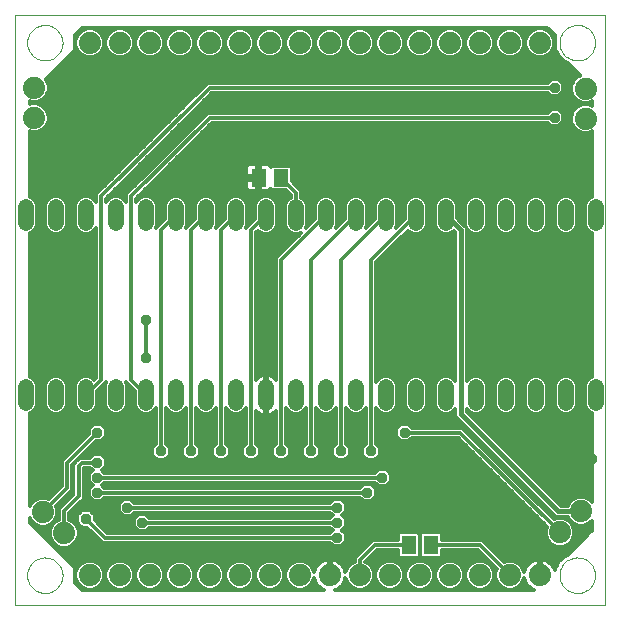
<source format=gbl>
G75*
%MOIN*%
%OFA0B0*%
%FSLAX24Y24*%
%IPPOS*%
%LPD*%
%AMOC8*
5,1,8,0,0,1.08239X$1,22.5*
%
%ADD10C,0.0000*%
%ADD11C,0.0740*%
%ADD12C,0.0520*%
%ADD13R,0.0512X0.0591*%
%ADD14R,0.0512X0.0630*%
%ADD15C,0.0120*%
%ADD16OC8,0.0356*%
%ADD17C,0.0100*%
%ADD18C,0.0160*%
D10*
X000255Y000100D02*
X000255Y019785D01*
X019940Y019785D01*
X019940Y000100D01*
X000255Y000100D01*
X000664Y001100D02*
X000666Y001148D01*
X000672Y001196D01*
X000682Y001243D01*
X000695Y001289D01*
X000713Y001334D01*
X000733Y001378D01*
X000758Y001420D01*
X000786Y001459D01*
X000816Y001496D01*
X000850Y001530D01*
X000887Y001562D01*
X000925Y001591D01*
X000966Y001616D01*
X001009Y001638D01*
X001054Y001656D01*
X001100Y001670D01*
X001147Y001681D01*
X001195Y001688D01*
X001243Y001691D01*
X001291Y001690D01*
X001339Y001685D01*
X001387Y001676D01*
X001433Y001664D01*
X001478Y001647D01*
X001522Y001627D01*
X001564Y001604D01*
X001604Y001577D01*
X001642Y001547D01*
X001677Y001514D01*
X001709Y001478D01*
X001739Y001440D01*
X001765Y001399D01*
X001787Y001356D01*
X001807Y001312D01*
X001822Y001267D01*
X001834Y001220D01*
X001842Y001172D01*
X001846Y001124D01*
X001846Y001076D01*
X001842Y001028D01*
X001834Y000980D01*
X001822Y000933D01*
X001807Y000888D01*
X001787Y000844D01*
X001765Y000801D01*
X001739Y000760D01*
X001709Y000722D01*
X001677Y000686D01*
X001642Y000653D01*
X001604Y000623D01*
X001564Y000596D01*
X001522Y000573D01*
X001478Y000553D01*
X001433Y000536D01*
X001387Y000524D01*
X001339Y000515D01*
X001291Y000510D01*
X001243Y000509D01*
X001195Y000512D01*
X001147Y000519D01*
X001100Y000530D01*
X001054Y000544D01*
X001009Y000562D01*
X000966Y000584D01*
X000925Y000609D01*
X000887Y000638D01*
X000850Y000670D01*
X000816Y000704D01*
X000786Y000741D01*
X000758Y000780D01*
X000733Y000822D01*
X000713Y000866D01*
X000695Y000911D01*
X000682Y000957D01*
X000672Y001004D01*
X000666Y001052D01*
X000664Y001100D01*
X000664Y018850D02*
X000666Y018898D01*
X000672Y018946D01*
X000682Y018993D01*
X000695Y019039D01*
X000713Y019084D01*
X000733Y019128D01*
X000758Y019170D01*
X000786Y019209D01*
X000816Y019246D01*
X000850Y019280D01*
X000887Y019312D01*
X000925Y019341D01*
X000966Y019366D01*
X001009Y019388D01*
X001054Y019406D01*
X001100Y019420D01*
X001147Y019431D01*
X001195Y019438D01*
X001243Y019441D01*
X001291Y019440D01*
X001339Y019435D01*
X001387Y019426D01*
X001433Y019414D01*
X001478Y019397D01*
X001522Y019377D01*
X001564Y019354D01*
X001604Y019327D01*
X001642Y019297D01*
X001677Y019264D01*
X001709Y019228D01*
X001739Y019190D01*
X001765Y019149D01*
X001787Y019106D01*
X001807Y019062D01*
X001822Y019017D01*
X001834Y018970D01*
X001842Y018922D01*
X001846Y018874D01*
X001846Y018826D01*
X001842Y018778D01*
X001834Y018730D01*
X001822Y018683D01*
X001807Y018638D01*
X001787Y018594D01*
X001765Y018551D01*
X001739Y018510D01*
X001709Y018472D01*
X001677Y018436D01*
X001642Y018403D01*
X001604Y018373D01*
X001564Y018346D01*
X001522Y018323D01*
X001478Y018303D01*
X001433Y018286D01*
X001387Y018274D01*
X001339Y018265D01*
X001291Y018260D01*
X001243Y018259D01*
X001195Y018262D01*
X001147Y018269D01*
X001100Y018280D01*
X001054Y018294D01*
X001009Y018312D01*
X000966Y018334D01*
X000925Y018359D01*
X000887Y018388D01*
X000850Y018420D01*
X000816Y018454D01*
X000786Y018491D01*
X000758Y018530D01*
X000733Y018572D01*
X000713Y018616D01*
X000695Y018661D01*
X000682Y018707D01*
X000672Y018754D01*
X000666Y018802D01*
X000664Y018850D01*
X018414Y018850D02*
X018416Y018898D01*
X018422Y018946D01*
X018432Y018993D01*
X018445Y019039D01*
X018463Y019084D01*
X018483Y019128D01*
X018508Y019170D01*
X018536Y019209D01*
X018566Y019246D01*
X018600Y019280D01*
X018637Y019312D01*
X018675Y019341D01*
X018716Y019366D01*
X018759Y019388D01*
X018804Y019406D01*
X018850Y019420D01*
X018897Y019431D01*
X018945Y019438D01*
X018993Y019441D01*
X019041Y019440D01*
X019089Y019435D01*
X019137Y019426D01*
X019183Y019414D01*
X019228Y019397D01*
X019272Y019377D01*
X019314Y019354D01*
X019354Y019327D01*
X019392Y019297D01*
X019427Y019264D01*
X019459Y019228D01*
X019489Y019190D01*
X019515Y019149D01*
X019537Y019106D01*
X019557Y019062D01*
X019572Y019017D01*
X019584Y018970D01*
X019592Y018922D01*
X019596Y018874D01*
X019596Y018826D01*
X019592Y018778D01*
X019584Y018730D01*
X019572Y018683D01*
X019557Y018638D01*
X019537Y018594D01*
X019515Y018551D01*
X019489Y018510D01*
X019459Y018472D01*
X019427Y018436D01*
X019392Y018403D01*
X019354Y018373D01*
X019314Y018346D01*
X019272Y018323D01*
X019228Y018303D01*
X019183Y018286D01*
X019137Y018274D01*
X019089Y018265D01*
X019041Y018260D01*
X018993Y018259D01*
X018945Y018262D01*
X018897Y018269D01*
X018850Y018280D01*
X018804Y018294D01*
X018759Y018312D01*
X018716Y018334D01*
X018675Y018359D01*
X018637Y018388D01*
X018600Y018420D01*
X018566Y018454D01*
X018536Y018491D01*
X018508Y018530D01*
X018483Y018572D01*
X018463Y018616D01*
X018445Y018661D01*
X018432Y018707D01*
X018422Y018754D01*
X018416Y018802D01*
X018414Y018850D01*
X018414Y001100D02*
X018416Y001148D01*
X018422Y001196D01*
X018432Y001243D01*
X018445Y001289D01*
X018463Y001334D01*
X018483Y001378D01*
X018508Y001420D01*
X018536Y001459D01*
X018566Y001496D01*
X018600Y001530D01*
X018637Y001562D01*
X018675Y001591D01*
X018716Y001616D01*
X018759Y001638D01*
X018804Y001656D01*
X018850Y001670D01*
X018897Y001681D01*
X018945Y001688D01*
X018993Y001691D01*
X019041Y001690D01*
X019089Y001685D01*
X019137Y001676D01*
X019183Y001664D01*
X019228Y001647D01*
X019272Y001627D01*
X019314Y001604D01*
X019354Y001577D01*
X019392Y001547D01*
X019427Y001514D01*
X019459Y001478D01*
X019489Y001440D01*
X019515Y001399D01*
X019537Y001356D01*
X019557Y001312D01*
X019572Y001267D01*
X019584Y001220D01*
X019592Y001172D01*
X019596Y001124D01*
X019596Y001076D01*
X019592Y001028D01*
X019584Y000980D01*
X019572Y000933D01*
X019557Y000888D01*
X019537Y000844D01*
X019515Y000801D01*
X019489Y000760D01*
X019459Y000722D01*
X019427Y000686D01*
X019392Y000653D01*
X019354Y000623D01*
X019314Y000596D01*
X019272Y000573D01*
X019228Y000553D01*
X019183Y000536D01*
X019137Y000524D01*
X019089Y000515D01*
X019041Y000510D01*
X018993Y000509D01*
X018945Y000512D01*
X018897Y000519D01*
X018850Y000530D01*
X018804Y000544D01*
X018759Y000562D01*
X018716Y000584D01*
X018675Y000609D01*
X018637Y000638D01*
X018600Y000670D01*
X018566Y000704D01*
X018536Y000741D01*
X018508Y000780D01*
X018483Y000822D01*
X018463Y000866D01*
X018445Y000911D01*
X018432Y000957D01*
X018422Y001004D01*
X018416Y001052D01*
X018414Y001100D01*
D11*
X017755Y001100D03*
X016755Y001100D03*
X015755Y001100D03*
X014755Y001100D03*
X013755Y001100D03*
X012755Y001100D03*
X011755Y001100D03*
X010755Y001100D03*
X009755Y001100D03*
X008755Y001100D03*
X007755Y001100D03*
X006755Y001100D03*
X005755Y001100D03*
X004755Y001100D03*
X003755Y001100D03*
X002755Y001100D03*
X001901Y002496D03*
X001194Y003204D03*
X000901Y016350D03*
X000901Y017350D03*
X002755Y018850D03*
X003755Y018850D03*
X004755Y018850D03*
X005755Y018850D03*
X006755Y018850D03*
X007755Y018850D03*
X008755Y018850D03*
X009755Y018850D03*
X010755Y018850D03*
X011755Y018850D03*
X012755Y018850D03*
X013755Y018850D03*
X014755Y018850D03*
X015755Y018850D03*
X016755Y018850D03*
X017755Y018850D03*
X019285Y017320D03*
X019285Y016320D03*
X019139Y003234D03*
X018432Y002527D03*
D12*
X018630Y006840D02*
X018630Y007360D01*
X017630Y007360D02*
X017630Y006840D01*
X016630Y006840D02*
X016630Y007360D01*
X015630Y007360D02*
X015630Y006840D01*
X014630Y006840D02*
X014630Y007360D01*
X013630Y007360D02*
X013630Y006840D01*
X012630Y006840D02*
X012630Y007360D01*
X011630Y007360D02*
X011630Y006840D01*
X010630Y006840D02*
X010630Y007360D01*
X009630Y007360D02*
X009630Y006840D01*
X008630Y006840D02*
X008630Y007360D01*
X007630Y007360D02*
X007630Y006840D01*
X006630Y006840D02*
X006630Y007360D01*
X005630Y007360D02*
X005630Y006840D01*
X004630Y006840D02*
X004630Y007360D01*
X003630Y007360D02*
X003630Y006840D01*
X002630Y006840D02*
X002630Y007360D01*
X001630Y007360D02*
X001630Y006840D01*
X000630Y006840D02*
X000630Y007360D01*
X000630Y012840D02*
X000630Y013360D01*
X001630Y013360D02*
X001630Y012840D01*
X002630Y012840D02*
X002630Y013360D01*
X003630Y013360D02*
X003630Y012840D01*
X004630Y012840D02*
X004630Y013360D01*
X005630Y013360D02*
X005630Y012840D01*
X006630Y012840D02*
X006630Y013360D01*
X007630Y013360D02*
X007630Y012840D01*
X008630Y012840D02*
X008630Y013360D01*
X009630Y013360D02*
X009630Y012840D01*
X010630Y012840D02*
X010630Y013360D01*
X011630Y013360D02*
X011630Y012840D01*
X012630Y012840D02*
X012630Y013360D01*
X013630Y013360D02*
X013630Y012840D01*
X014630Y012840D02*
X014630Y013360D01*
X015630Y013360D02*
X015630Y012840D01*
X016630Y012840D02*
X016630Y013360D01*
X017630Y013360D02*
X017630Y012840D01*
X018630Y012840D02*
X018630Y013360D01*
X019630Y013360D02*
X019630Y012840D01*
X019630Y007360D02*
X019630Y006840D01*
D13*
X009129Y014350D03*
X008381Y014350D03*
D14*
X013381Y002100D03*
X014129Y002100D03*
D15*
X015755Y002100D01*
X016755Y001100D01*
X016312Y001285D02*
X016198Y001285D01*
X016162Y001372D02*
X016027Y001507D01*
X015850Y001580D01*
X015660Y001580D01*
X015483Y001507D01*
X015348Y001372D01*
X015275Y001195D01*
X015275Y001005D01*
X015348Y000828D01*
X015483Y000693D01*
X015660Y000620D01*
X015850Y000620D01*
X016027Y000693D01*
X016162Y000828D01*
X016235Y001005D01*
X016235Y001195D01*
X016162Y001372D01*
X016130Y001404D02*
X016211Y001404D01*
X016317Y001297D02*
X016275Y001195D01*
X016275Y001005D01*
X016348Y000828D01*
X016483Y000693D01*
X016660Y000620D01*
X016850Y000620D01*
X017027Y000693D01*
X017162Y000828D01*
X017234Y001002D01*
X017238Y000976D01*
X017264Y000897D01*
X017302Y000822D01*
X017351Y000755D01*
X017410Y000696D01*
X017477Y000647D01*
X017552Y000609D01*
X017579Y000600D01*
X010931Y000600D01*
X010958Y000609D01*
X011033Y000647D01*
X011100Y000696D01*
X011159Y000755D01*
X011208Y000822D01*
X011246Y000897D01*
X011272Y000976D01*
X011276Y001002D01*
X011348Y000828D01*
X011483Y000693D01*
X011660Y000620D01*
X011850Y000620D01*
X012027Y000693D01*
X012162Y000828D01*
X012235Y001005D01*
X012235Y001195D01*
X012162Y001372D01*
X012027Y001507D01*
X011939Y001543D01*
X012325Y001930D01*
X013015Y001930D01*
X013015Y001739D01*
X013080Y001675D01*
X013682Y001675D01*
X013747Y001739D01*
X013747Y002461D01*
X013682Y002525D01*
X013080Y002525D01*
X013015Y002461D01*
X013015Y002270D01*
X012185Y002270D01*
X011685Y001770D01*
X011585Y001670D01*
X011585Y001549D01*
X011483Y001507D01*
X011348Y001372D01*
X011276Y001198D01*
X011272Y001224D01*
X011246Y001303D01*
X011208Y001378D01*
X011159Y001445D01*
X011100Y001504D01*
X011033Y001553D01*
X010958Y001591D01*
X010879Y001617D01*
X010797Y001630D01*
X010795Y001630D01*
X010795Y001140D01*
X010715Y001140D01*
X010715Y001630D01*
X010713Y001630D01*
X010631Y001617D01*
X010552Y001591D01*
X010477Y001553D01*
X010410Y001504D01*
X010351Y001445D01*
X010302Y001378D01*
X010264Y001303D01*
X010238Y001224D01*
X010234Y001198D01*
X010162Y001372D01*
X010027Y001507D01*
X009850Y001580D01*
X009660Y001580D01*
X009483Y001507D01*
X009348Y001372D01*
X009275Y001195D01*
X009275Y001005D01*
X009348Y000828D01*
X009483Y000693D01*
X009660Y000620D01*
X009850Y000620D01*
X010027Y000693D01*
X010162Y000828D01*
X010234Y001002D01*
X010238Y000976D01*
X010264Y000897D01*
X010302Y000822D01*
X010351Y000755D01*
X010410Y000696D01*
X010477Y000647D01*
X010552Y000609D01*
X010579Y000600D01*
X002505Y000600D01*
X002255Y000850D01*
X002255Y001350D01*
X000755Y002850D01*
X000755Y003010D01*
X000787Y002932D01*
X000922Y002797D01*
X001099Y002724D01*
X001290Y002724D01*
X001466Y002797D01*
X001601Y002932D01*
X001674Y003108D01*
X001674Y003299D01*
X001632Y003401D01*
X002175Y003944D01*
X002175Y004780D01*
X002957Y005562D01*
X003124Y005562D01*
X003293Y005731D01*
X003293Y005969D01*
X003124Y006138D01*
X002886Y006138D01*
X002717Y005969D01*
X002717Y005802D01*
X001835Y004920D01*
X001835Y004780D01*
X001835Y004085D01*
X001392Y003641D01*
X001290Y003684D01*
X001099Y003684D01*
X000922Y003610D01*
X000787Y003475D01*
X000755Y003397D01*
X000755Y006491D01*
X000840Y006526D01*
X000944Y006630D01*
X001000Y006766D01*
X001000Y007434D01*
X000944Y007570D01*
X000840Y007674D01*
X000755Y007709D01*
X000755Y012491D01*
X000840Y012526D01*
X000944Y012630D01*
X001000Y012766D01*
X001000Y013434D01*
X000944Y013570D01*
X000840Y013674D01*
X000755Y013709D01*
X000755Y015891D01*
X000806Y015870D01*
X000997Y015870D01*
X001173Y015943D01*
X001308Y016078D01*
X001381Y016255D01*
X001381Y016445D01*
X001308Y016622D01*
X001173Y016757D01*
X000997Y016830D01*
X000806Y016830D01*
X000755Y016809D01*
X000755Y016891D01*
X000806Y016870D01*
X000997Y016870D01*
X001173Y016943D01*
X001308Y017078D01*
X001381Y017255D01*
X001381Y017445D01*
X001308Y017622D01*
X001293Y017638D01*
X018136Y017638D01*
X018018Y017520D01*
X006685Y017520D01*
X006555Y017390D01*
X006210Y017045D01*
X002960Y013795D01*
X002960Y013530D01*
X002944Y013570D01*
X002840Y013674D01*
X002704Y013730D01*
X002556Y013730D01*
X002420Y013674D01*
X002316Y013570D01*
X002260Y013434D01*
X002260Y012766D01*
X002316Y012630D01*
X002420Y012526D01*
X002556Y012470D01*
X002704Y012470D01*
X002840Y012526D01*
X002944Y012630D01*
X002960Y012670D01*
X002960Y007670D01*
X002901Y007612D01*
X002840Y007674D01*
X002704Y007730D01*
X002556Y007730D01*
X002420Y007674D01*
X002316Y007570D01*
X002260Y007434D01*
X002260Y006766D01*
X002316Y006630D01*
X002420Y006526D01*
X002556Y006470D01*
X002704Y006470D01*
X002840Y006526D01*
X002944Y006630D01*
X003000Y006766D01*
X003000Y007230D01*
X003200Y007430D01*
X003300Y007529D01*
X003260Y007434D01*
X003260Y006766D01*
X003316Y006630D01*
X003420Y006526D01*
X003556Y006470D01*
X003704Y006470D01*
X003840Y006526D01*
X003944Y006630D01*
X004000Y006766D01*
X004000Y007434D01*
X003960Y007529D01*
X004060Y007430D01*
X004260Y007230D01*
X004260Y006766D01*
X004316Y006630D01*
X004420Y006526D01*
X004556Y006470D01*
X004704Y006470D01*
X004840Y006526D01*
X004944Y006630D01*
X004960Y006670D01*
X004960Y005462D01*
X004842Y005344D01*
X004842Y005106D01*
X005011Y004937D01*
X005249Y004937D01*
X005418Y005106D01*
X005418Y005344D01*
X005300Y005462D01*
X005300Y006670D01*
X005316Y006630D01*
X005420Y006526D01*
X005556Y006470D01*
X005704Y006470D01*
X005840Y006526D01*
X005944Y006630D01*
X005960Y006670D01*
X005960Y005462D01*
X005842Y005344D01*
X005842Y005106D01*
X006011Y004937D01*
X006249Y004937D01*
X006418Y005106D01*
X006418Y005344D01*
X006300Y005462D01*
X006300Y006670D01*
X006316Y006630D01*
X006420Y006526D01*
X006556Y006470D01*
X006704Y006470D01*
X006840Y006526D01*
X006944Y006630D01*
X006960Y006670D01*
X006960Y005462D01*
X006842Y005344D01*
X006842Y005106D01*
X007011Y004937D01*
X007249Y004937D01*
X007418Y005106D01*
X007418Y005344D01*
X007300Y005462D01*
X007300Y006670D01*
X007316Y006630D01*
X007420Y006526D01*
X007556Y006470D01*
X007704Y006470D01*
X007840Y006526D01*
X007944Y006630D01*
X007960Y006670D01*
X007960Y005462D01*
X007842Y005344D01*
X007842Y005106D01*
X008011Y004937D01*
X008249Y004937D01*
X008418Y005106D01*
X008418Y005344D01*
X008300Y005462D01*
X008300Y006580D01*
X008310Y006566D01*
X008356Y006520D01*
X008410Y006481D01*
X008469Y006451D01*
X008532Y006430D01*
X008597Y006420D01*
X008610Y006420D01*
X008610Y007080D01*
X008650Y007080D01*
X008650Y006420D01*
X008663Y006420D01*
X008728Y006430D01*
X008791Y006451D01*
X008850Y006481D01*
X008904Y006520D01*
X008950Y006566D01*
X008960Y006580D01*
X008960Y005462D01*
X008842Y005344D01*
X008842Y005106D01*
X009011Y004937D01*
X009249Y004937D01*
X009418Y005106D01*
X009418Y005344D01*
X009300Y005462D01*
X009300Y006670D01*
X009316Y006630D01*
X009420Y006526D01*
X009556Y006470D01*
X009704Y006470D01*
X009840Y006526D01*
X009944Y006630D01*
X009960Y006670D01*
X009960Y005462D01*
X009842Y005344D01*
X009842Y005106D01*
X010011Y004937D01*
X010249Y004937D01*
X010418Y005106D01*
X010418Y005344D01*
X010300Y005462D01*
X010300Y006670D01*
X010316Y006630D01*
X010420Y006526D01*
X010556Y006470D01*
X010704Y006470D01*
X010840Y006526D01*
X010944Y006630D01*
X010960Y006670D01*
X010960Y005462D01*
X010842Y005344D01*
X010842Y005106D01*
X011011Y004937D01*
X011249Y004937D01*
X011418Y005106D01*
X011418Y005344D01*
X011300Y005462D01*
X011300Y006670D01*
X011316Y006630D01*
X011420Y006526D01*
X011556Y006470D01*
X011704Y006470D01*
X011840Y006526D01*
X011944Y006630D01*
X011960Y006670D01*
X011960Y005462D01*
X011842Y005344D01*
X011842Y005106D01*
X012011Y004937D01*
X012249Y004937D01*
X012418Y005106D01*
X012418Y005344D01*
X012300Y005462D01*
X012300Y006670D01*
X012316Y006630D01*
X012420Y006526D01*
X012556Y006470D01*
X012704Y006470D01*
X012840Y006526D01*
X012944Y006630D01*
X013000Y006766D01*
X013000Y007434D01*
X012944Y007570D01*
X012840Y007674D01*
X012704Y007730D01*
X012556Y007730D01*
X012420Y007674D01*
X012316Y007570D01*
X012300Y007530D01*
X012300Y011530D01*
X013359Y012588D01*
X013420Y012526D01*
X013556Y012470D01*
X013704Y012470D01*
X013840Y012526D01*
X013944Y012630D01*
X014000Y012766D01*
X014000Y013434D01*
X013944Y013570D01*
X013840Y013674D01*
X013704Y013730D01*
X013556Y013730D01*
X013420Y013674D01*
X013316Y013570D01*
X013260Y013434D01*
X013260Y012970D01*
X012960Y012671D01*
X013000Y012766D01*
X013000Y013434D01*
X012944Y013570D01*
X012840Y013674D01*
X012704Y013730D01*
X012556Y013730D01*
X012420Y013674D01*
X012316Y013570D01*
X012260Y013434D01*
X012260Y012970D01*
X011960Y012671D01*
X012000Y012766D01*
X012000Y013434D01*
X011944Y013570D01*
X011840Y013674D01*
X011704Y013730D01*
X011556Y013730D01*
X011420Y013674D01*
X011316Y013570D01*
X011260Y013434D01*
X011260Y012970D01*
X010960Y012671D01*
X011000Y012766D01*
X011000Y013434D01*
X010944Y013570D01*
X010840Y013674D01*
X010704Y013730D01*
X010556Y013730D01*
X010420Y013674D01*
X010316Y013570D01*
X010260Y013434D01*
X010260Y012970D01*
X009960Y012671D01*
X010000Y012766D01*
X010000Y013434D01*
X009944Y013570D01*
X009840Y013674D01*
X009800Y013690D01*
X009800Y013919D01*
X009700Y014019D01*
X009495Y014225D01*
X009495Y014691D01*
X009430Y014755D01*
X008828Y014755D01*
X008784Y014711D01*
X008765Y014744D01*
X008735Y014773D01*
X008699Y014794D01*
X019505Y014794D01*
X019505Y014676D02*
X009495Y014676D01*
X009495Y014557D02*
X019505Y014557D01*
X019505Y014439D02*
X009495Y014439D01*
X009495Y014320D02*
X019505Y014320D01*
X019505Y014202D02*
X009518Y014202D01*
X009636Y014083D02*
X019505Y014083D01*
X019505Y013965D02*
X009755Y013965D01*
X009800Y013846D02*
X019505Y013846D01*
X019505Y013728D02*
X018710Y013728D01*
X018704Y013730D02*
X018556Y013730D01*
X018420Y013674D01*
X018316Y013570D01*
X018260Y013434D01*
X018260Y012766D01*
X018316Y012630D01*
X018420Y012526D01*
X018556Y012470D01*
X018704Y012470D01*
X018840Y012526D01*
X018944Y012630D01*
X019000Y012766D01*
X019000Y013434D01*
X018944Y013570D01*
X018840Y013674D01*
X018704Y013730D01*
X018550Y013728D02*
X017710Y013728D01*
X017704Y013730D02*
X017556Y013730D01*
X017420Y013674D01*
X017316Y013570D01*
X017260Y013434D01*
X017260Y012766D01*
X017316Y012630D01*
X017420Y012526D01*
X017556Y012470D01*
X017704Y012470D01*
X017840Y012526D01*
X017944Y012630D01*
X018000Y012766D01*
X018000Y013434D01*
X017944Y013570D01*
X017840Y013674D01*
X017704Y013730D01*
X017550Y013728D02*
X016710Y013728D01*
X016704Y013730D02*
X016556Y013730D01*
X016420Y013674D01*
X016316Y013570D01*
X016260Y013434D01*
X016260Y012766D01*
X016316Y012630D01*
X016420Y012526D01*
X016556Y012470D01*
X016704Y012470D01*
X016840Y012526D01*
X016944Y012630D01*
X017000Y012766D01*
X017000Y013434D01*
X016944Y013570D01*
X016840Y013674D01*
X016704Y013730D01*
X016550Y013728D02*
X015710Y013728D01*
X015704Y013730D02*
X015556Y013730D01*
X015420Y013674D01*
X015316Y013570D01*
X015260Y013434D01*
X015260Y012766D01*
X015280Y012719D01*
X015209Y012790D01*
X015000Y012999D01*
X015000Y013434D01*
X014944Y013570D01*
X014840Y013674D01*
X014704Y013730D01*
X014556Y013730D01*
X014420Y013674D01*
X014316Y013570D01*
X014260Y013434D01*
X014260Y012766D01*
X014316Y012630D01*
X014420Y012526D01*
X014556Y012470D01*
X014704Y012470D01*
X014840Y012526D01*
X014887Y012574D01*
X014940Y012521D01*
X014940Y007573D01*
X014840Y007674D01*
X014704Y007730D01*
X014556Y007730D01*
X014420Y007674D01*
X014316Y007570D01*
X014260Y007434D01*
X014260Y006766D01*
X014316Y006630D01*
X014420Y006526D01*
X014556Y006470D01*
X014704Y006470D01*
X014840Y006526D01*
X014940Y006627D01*
X014940Y006396D01*
X018181Y003155D01*
X018292Y003044D01*
X018698Y003044D01*
X018732Y002962D01*
X018867Y002827D01*
X019043Y002754D01*
X019234Y002754D01*
X019411Y002827D01*
X019505Y002921D01*
X019505Y002600D01*
X018685Y001780D01*
X018580Y001736D01*
X018369Y001525D01*
X018325Y001420D01*
X018255Y001350D01*
X018255Y001276D01*
X018246Y001303D01*
X018208Y001378D01*
X018159Y001445D01*
X018100Y001504D01*
X018033Y001553D01*
X017958Y001591D01*
X017879Y001617D01*
X017797Y001630D01*
X017795Y001630D01*
X017795Y001140D01*
X017715Y001140D01*
X017715Y001630D01*
X017713Y001630D01*
X017631Y001617D01*
X017552Y001591D01*
X017477Y001553D01*
X017410Y001504D01*
X017351Y001445D01*
X017302Y001378D01*
X017264Y001303D01*
X017238Y001224D01*
X017234Y001198D01*
X017162Y001372D01*
X017027Y001507D01*
X016850Y001580D01*
X016660Y001580D01*
X016558Y001538D01*
X015825Y002270D01*
X014495Y002270D01*
X014495Y002461D01*
X014430Y002525D01*
X013828Y002525D01*
X013763Y002461D01*
X013763Y001739D01*
X013828Y001675D01*
X014430Y001675D01*
X014495Y001739D01*
X014495Y001930D01*
X015685Y001930D01*
X016317Y001297D01*
X016275Y001167D02*
X016235Y001167D01*
X016235Y001048D02*
X016275Y001048D01*
X016306Y000930D02*
X016204Y000930D01*
X016145Y000811D02*
X016365Y000811D01*
X016484Y000693D02*
X016026Y000693D01*
X015484Y000693D02*
X015026Y000693D01*
X015027Y000693D02*
X015162Y000828D01*
X015235Y001005D01*
X015235Y001195D01*
X015162Y001372D01*
X015027Y001507D01*
X014850Y001580D01*
X014660Y001580D01*
X014483Y001507D01*
X014348Y001372D01*
X014275Y001195D01*
X014275Y001005D01*
X014348Y000828D01*
X014483Y000693D01*
X014660Y000620D01*
X014850Y000620D01*
X015027Y000693D01*
X015145Y000811D02*
X015365Y000811D01*
X015306Y000930D02*
X015204Y000930D01*
X015235Y001048D02*
X015275Y001048D01*
X015275Y001167D02*
X015235Y001167D01*
X015198Y001285D02*
X015312Y001285D01*
X015380Y001404D02*
X015130Y001404D01*
X014990Y001522D02*
X015520Y001522D01*
X015856Y001759D02*
X014495Y001759D01*
X014495Y001878D02*
X015737Y001878D01*
X015974Y001641D02*
X012036Y001641D01*
X011990Y001522D02*
X012520Y001522D01*
X012483Y001507D02*
X012348Y001372D01*
X012275Y001195D01*
X012275Y001005D01*
X012348Y000828D01*
X012483Y000693D01*
X012660Y000620D01*
X012850Y000620D01*
X013027Y000693D01*
X013162Y000828D01*
X013235Y001005D01*
X013235Y001195D01*
X013162Y001372D01*
X013027Y001507D01*
X012850Y001580D01*
X012660Y001580D01*
X012483Y001507D01*
X012380Y001404D02*
X012130Y001404D01*
X012198Y001285D02*
X012312Y001285D01*
X012275Y001167D02*
X012235Y001167D01*
X012235Y001048D02*
X012275Y001048D01*
X012306Y000930D02*
X012204Y000930D01*
X012145Y000811D02*
X012365Y000811D01*
X012484Y000693D02*
X012026Y000693D01*
X011755Y001100D02*
X011755Y001600D01*
X012255Y002100D01*
X013381Y002100D01*
X013015Y001878D02*
X012273Y001878D01*
X012154Y001759D02*
X013015Y001759D01*
X012990Y001522D02*
X013520Y001522D01*
X013483Y001507D02*
X013348Y001372D01*
X013275Y001195D01*
X013275Y001005D01*
X013348Y000828D01*
X013483Y000693D01*
X013660Y000620D01*
X013850Y000620D01*
X014027Y000693D01*
X014162Y000828D01*
X014235Y001005D01*
X014235Y001195D01*
X014162Y001372D01*
X014027Y001507D01*
X013850Y001580D01*
X013660Y001580D01*
X013483Y001507D01*
X013380Y001404D02*
X013130Y001404D01*
X013198Y001285D02*
X013312Y001285D01*
X013275Y001167D02*
X013235Y001167D01*
X013235Y001048D02*
X013275Y001048D01*
X013306Y000930D02*
X013204Y000930D01*
X013145Y000811D02*
X013365Y000811D01*
X013484Y000693D02*
X013026Y000693D01*
X013990Y001522D02*
X014520Y001522D01*
X014380Y001404D02*
X014130Y001404D01*
X014198Y001285D02*
X014312Y001285D01*
X014275Y001167D02*
X014235Y001167D01*
X014235Y001048D02*
X014275Y001048D01*
X014306Y000930D02*
X014204Y000930D01*
X014145Y000811D02*
X014365Y000811D01*
X014484Y000693D02*
X014026Y000693D01*
X013763Y001759D02*
X013747Y001759D01*
X013747Y001878D02*
X013763Y001878D01*
X013763Y001996D02*
X013747Y001996D01*
X013747Y002115D02*
X013763Y002115D01*
X013763Y002233D02*
X013747Y002233D01*
X013747Y002352D02*
X013763Y002352D01*
X013773Y002470D02*
X013737Y002470D01*
X013025Y002470D02*
X011292Y002470D01*
X011293Y002469D02*
X011162Y002600D01*
X011293Y002731D01*
X011293Y002969D01*
X011162Y003100D01*
X011293Y003231D01*
X011293Y003469D01*
X011124Y003638D01*
X010886Y003638D01*
X010768Y003520D01*
X004242Y003520D01*
X004124Y003638D01*
X003886Y003638D01*
X003717Y003469D01*
X003717Y003231D01*
X003886Y003062D01*
X004124Y003062D01*
X004242Y003180D01*
X010768Y003180D01*
X010848Y003100D01*
X010768Y003020D01*
X004742Y003020D01*
X004624Y003138D01*
X004386Y003138D01*
X004217Y002969D01*
X004217Y002731D01*
X004386Y002562D01*
X004624Y002562D01*
X004742Y002680D01*
X010768Y002680D01*
X010848Y002600D01*
X010768Y002520D01*
X003325Y002520D01*
X002918Y002927D01*
X002918Y003094D01*
X002749Y003263D01*
X002511Y003263D01*
X002342Y003094D01*
X002342Y002856D01*
X002511Y002687D01*
X002678Y002687D01*
X003185Y002180D01*
X010768Y002180D01*
X010886Y002062D01*
X011124Y002062D01*
X011293Y002231D01*
X011293Y002469D01*
X011293Y002352D02*
X013015Y002352D01*
X012148Y002233D02*
X011293Y002233D01*
X011177Y002115D02*
X012029Y002115D01*
X011911Y001996D02*
X001609Y001996D01*
X001630Y002090D02*
X001495Y002225D01*
X001421Y002401D01*
X001421Y002592D01*
X001495Y002768D01*
X001630Y002903D01*
X001731Y002946D01*
X001731Y003317D01*
X001831Y003416D01*
X002210Y003795D01*
X002210Y004795D01*
X002310Y004895D01*
X002435Y005020D01*
X002768Y005020D01*
X002886Y005138D01*
X003124Y005138D01*
X003293Y004969D01*
X003293Y004731D01*
X003162Y004600D01*
X003242Y004520D01*
X012268Y004520D01*
X012386Y004638D01*
X012624Y004638D01*
X012793Y004469D01*
X012793Y004231D01*
X012624Y004062D01*
X012386Y004062D01*
X012268Y004180D01*
X003242Y004180D01*
X003162Y004100D01*
X003242Y004020D01*
X011768Y004020D01*
X011886Y004138D01*
X012124Y004138D01*
X012293Y003969D01*
X012293Y003731D01*
X012124Y003562D01*
X011886Y003562D01*
X011768Y003680D01*
X003242Y003680D01*
X003124Y003562D01*
X002886Y003562D01*
X002717Y003731D01*
X002717Y003969D01*
X002848Y004100D01*
X002717Y004231D01*
X002717Y004469D01*
X002848Y004600D01*
X002768Y004680D01*
X002575Y004680D01*
X002550Y004655D01*
X002550Y003655D01*
X002793Y003655D01*
X002717Y003774D02*
X002550Y003774D01*
X002550Y003892D02*
X002717Y003892D01*
X002758Y004011D02*
X002550Y004011D01*
X002550Y004129D02*
X002819Y004129D01*
X002717Y004248D02*
X002550Y004248D01*
X002550Y004366D02*
X002717Y004366D01*
X002732Y004485D02*
X002550Y004485D01*
X002550Y004603D02*
X002845Y004603D01*
X003005Y004850D02*
X002505Y004850D01*
X002380Y004725D01*
X002380Y003725D01*
X001901Y003246D01*
X001901Y002496D01*
X001552Y002826D02*
X001495Y002826D01*
X001469Y002707D02*
X000898Y002707D01*
X000894Y002826D02*
X000779Y002826D01*
X000782Y002944D02*
X000755Y002944D01*
X001016Y002589D02*
X001421Y002589D01*
X001421Y002470D02*
X001135Y002470D01*
X001253Y002352D02*
X001442Y002352D01*
X001491Y002233D02*
X001372Y002233D01*
X001490Y002115D02*
X001605Y002115D01*
X001630Y002090D02*
X001806Y002016D01*
X001997Y002016D01*
X002173Y002090D01*
X002308Y002225D01*
X002381Y002401D01*
X002381Y002592D01*
X002308Y002768D01*
X002173Y002903D01*
X002071Y002946D01*
X002071Y003176D01*
X002550Y003655D01*
X002432Y003537D02*
X003784Y003537D01*
X003717Y003418D02*
X002313Y003418D01*
X002195Y003300D02*
X003717Y003300D01*
X003767Y003181D02*
X002831Y003181D01*
X002918Y003063D02*
X003885Y003063D01*
X004125Y003063D02*
X004310Y003063D01*
X004217Y002944D02*
X002918Y002944D01*
X003020Y002826D02*
X004217Y002826D01*
X004241Y002707D02*
X003138Y002707D01*
X003257Y002589D02*
X004359Y002589D01*
X004651Y002589D02*
X010836Y002589D01*
X011005Y002850D02*
X004505Y002850D01*
X004700Y003063D02*
X010810Y003063D01*
X011005Y003350D02*
X004005Y003350D01*
X004226Y003537D02*
X010784Y003537D01*
X011226Y003537D02*
X017182Y003537D01*
X017063Y003655D02*
X012217Y003655D01*
X012293Y003774D02*
X016945Y003774D01*
X016826Y003892D02*
X012293Y003892D01*
X012252Y004011D02*
X016708Y004011D01*
X016589Y004129D02*
X012691Y004129D01*
X012793Y004248D02*
X016471Y004248D01*
X016352Y004366D02*
X012793Y004366D01*
X012778Y004485D02*
X016234Y004485D01*
X016115Y004603D02*
X012659Y004603D01*
X012505Y004350D02*
X011505Y004350D01*
X003005Y004350D01*
X003191Y004129D02*
X011877Y004129D01*
X012133Y004129D02*
X012319Y004129D01*
X012005Y003850D02*
X011505Y003850D01*
X003005Y003850D01*
X003217Y003655D02*
X011793Y003655D01*
X011293Y003418D02*
X017300Y003418D01*
X017419Y003300D02*
X011293Y003300D01*
X011243Y003181D02*
X017537Y003181D01*
X017656Y003063D02*
X011200Y003063D01*
X011293Y002944D02*
X017774Y002944D01*
X017893Y002826D02*
X011293Y002826D01*
X011269Y002707D02*
X017987Y002707D01*
X017994Y002724D02*
X017952Y002622D01*
X017952Y002431D01*
X018025Y002255D01*
X018160Y002120D01*
X018336Y002047D01*
X018527Y002047D01*
X018704Y002120D01*
X018839Y002255D01*
X018912Y002431D01*
X018912Y002622D01*
X018839Y002799D01*
X018704Y002934D01*
X018527Y003007D01*
X018336Y003007D01*
X018234Y002965D01*
X015279Y005920D01*
X015179Y006020D01*
X013492Y006020D01*
X013374Y006138D01*
X013136Y006138D01*
X012967Y005969D01*
X012967Y005731D01*
X013136Y005562D01*
X013374Y005562D01*
X013492Y005680D01*
X015038Y005680D01*
X017994Y002724D01*
X017952Y002589D02*
X011174Y002589D01*
X011005Y002350D02*
X003255Y002350D01*
X002630Y002975D01*
X002429Y003181D02*
X002076Y003181D01*
X002071Y003063D02*
X002342Y003063D01*
X002342Y002944D02*
X002075Y002944D01*
X002251Y002826D02*
X002372Y002826D01*
X002334Y002707D02*
X002491Y002707D01*
X002381Y002589D02*
X002776Y002589D01*
X002895Y002470D02*
X002381Y002470D01*
X002361Y002352D02*
X003013Y002352D01*
X003132Y002233D02*
X002312Y002233D01*
X002198Y002115D02*
X010833Y002115D01*
X010795Y001522D02*
X010715Y001522D01*
X010715Y001404D02*
X010795Y001404D01*
X010795Y001285D02*
X010715Y001285D01*
X010715Y001167D02*
X010795Y001167D01*
X011076Y001522D02*
X011520Y001522D01*
X011585Y001641D02*
X001964Y001641D01*
X001846Y001759D02*
X011674Y001759D01*
X011792Y001878D02*
X001727Y001878D01*
X002083Y001522D02*
X002520Y001522D01*
X002483Y001507D02*
X002348Y001372D01*
X002275Y001195D01*
X002275Y001005D01*
X002348Y000828D01*
X002483Y000693D01*
X002660Y000620D01*
X002850Y000620D01*
X003027Y000693D01*
X003162Y000828D01*
X003235Y001005D01*
X003235Y001195D01*
X003162Y001372D01*
X003027Y001507D01*
X002850Y001580D01*
X002660Y001580D01*
X002483Y001507D01*
X002380Y001404D02*
X002201Y001404D01*
X002255Y001285D02*
X002312Y001285D01*
X002275Y001167D02*
X002255Y001167D01*
X002255Y001048D02*
X002275Y001048D01*
X002255Y000930D02*
X002306Y000930D01*
X002294Y000811D02*
X002365Y000811D01*
X002412Y000693D02*
X002484Y000693D01*
X003026Y000693D02*
X003484Y000693D01*
X003483Y000693D02*
X003660Y000620D01*
X003850Y000620D01*
X004027Y000693D01*
X004162Y000828D01*
X004235Y001005D01*
X004235Y001195D01*
X004162Y001372D01*
X004027Y001507D01*
X003850Y001580D01*
X003660Y001580D01*
X003483Y001507D01*
X003348Y001372D01*
X003275Y001195D01*
X003275Y001005D01*
X003348Y000828D01*
X003483Y000693D01*
X003365Y000811D02*
X003145Y000811D01*
X003204Y000930D02*
X003306Y000930D01*
X003275Y001048D02*
X003235Y001048D01*
X003235Y001167D02*
X003275Y001167D01*
X003312Y001285D02*
X003198Y001285D01*
X003130Y001404D02*
X003380Y001404D01*
X003520Y001522D02*
X002990Y001522D01*
X003990Y001522D02*
X004520Y001522D01*
X004483Y001507D02*
X004348Y001372D01*
X004275Y001195D01*
X004275Y001005D01*
X004348Y000828D01*
X004483Y000693D01*
X004660Y000620D01*
X004850Y000620D01*
X005027Y000693D01*
X005162Y000828D01*
X005235Y001005D01*
X005235Y001195D01*
X005162Y001372D01*
X005027Y001507D01*
X004850Y001580D01*
X004660Y001580D01*
X004483Y001507D01*
X004380Y001404D02*
X004130Y001404D01*
X004198Y001285D02*
X004312Y001285D01*
X004275Y001167D02*
X004235Y001167D01*
X004235Y001048D02*
X004275Y001048D01*
X004306Y000930D02*
X004204Y000930D01*
X004145Y000811D02*
X004365Y000811D01*
X004484Y000693D02*
X004026Y000693D01*
X005026Y000693D02*
X005484Y000693D01*
X005483Y000693D02*
X005660Y000620D01*
X005850Y000620D01*
X006027Y000693D01*
X006162Y000828D01*
X006235Y001005D01*
X006235Y001195D01*
X006162Y001372D01*
X006027Y001507D01*
X005850Y001580D01*
X005660Y001580D01*
X005483Y001507D01*
X005348Y001372D01*
X005275Y001195D01*
X005275Y001005D01*
X005348Y000828D01*
X005483Y000693D01*
X005365Y000811D02*
X005145Y000811D01*
X005204Y000930D02*
X005306Y000930D01*
X005275Y001048D02*
X005235Y001048D01*
X005235Y001167D02*
X005275Y001167D01*
X005312Y001285D02*
X005198Y001285D01*
X005130Y001404D02*
X005380Y001404D01*
X005520Y001522D02*
X004990Y001522D01*
X005990Y001522D02*
X006520Y001522D01*
X006483Y001507D02*
X006660Y001580D01*
X006850Y001580D01*
X007027Y001507D01*
X007162Y001372D01*
X007235Y001195D01*
X007235Y001005D01*
X007162Y000828D01*
X007027Y000693D01*
X006850Y000620D01*
X006660Y000620D01*
X006483Y000693D01*
X006348Y000828D01*
X006275Y001005D01*
X006275Y001195D01*
X006348Y001372D01*
X006483Y001507D01*
X006380Y001404D02*
X006130Y001404D01*
X006198Y001285D02*
X006312Y001285D01*
X006275Y001167D02*
X006235Y001167D01*
X006235Y001048D02*
X006275Y001048D01*
X006306Y000930D02*
X006204Y000930D01*
X006145Y000811D02*
X006365Y000811D01*
X006484Y000693D02*
X006026Y000693D01*
X007026Y000693D02*
X007484Y000693D01*
X007483Y000693D02*
X007660Y000620D01*
X007850Y000620D01*
X008027Y000693D01*
X008162Y000828D01*
X008235Y001005D01*
X008235Y001195D01*
X008162Y001372D01*
X008027Y001507D01*
X007850Y001580D01*
X007660Y001580D01*
X007483Y001507D01*
X007348Y001372D01*
X007275Y001195D01*
X007275Y001005D01*
X007348Y000828D01*
X007483Y000693D01*
X007365Y000811D02*
X007145Y000811D01*
X007204Y000930D02*
X007306Y000930D01*
X007275Y001048D02*
X007235Y001048D01*
X007235Y001167D02*
X007275Y001167D01*
X007312Y001285D02*
X007198Y001285D01*
X007130Y001404D02*
X007380Y001404D01*
X007520Y001522D02*
X006990Y001522D01*
X007990Y001522D02*
X008520Y001522D01*
X008483Y001507D02*
X008348Y001372D01*
X008275Y001195D01*
X008275Y001005D01*
X008348Y000828D01*
X008483Y000693D01*
X008660Y000620D01*
X008850Y000620D01*
X009027Y000693D01*
X009162Y000828D01*
X009235Y001005D01*
X009235Y001195D01*
X009162Y001372D01*
X009027Y001507D01*
X008850Y001580D01*
X008660Y001580D01*
X008483Y001507D01*
X008380Y001404D02*
X008130Y001404D01*
X008198Y001285D02*
X008312Y001285D01*
X008275Y001167D02*
X008235Y001167D01*
X008235Y001048D02*
X008275Y001048D01*
X008306Y000930D02*
X008204Y000930D01*
X008145Y000811D02*
X008365Y000811D01*
X008484Y000693D02*
X008026Y000693D01*
X009026Y000693D02*
X009484Y000693D01*
X009365Y000811D02*
X009145Y000811D01*
X009204Y000930D02*
X009306Y000930D01*
X009275Y001048D02*
X009235Y001048D01*
X009235Y001167D02*
X009275Y001167D01*
X009312Y001285D02*
X009198Y001285D01*
X009130Y001404D02*
X009380Y001404D01*
X009520Y001522D02*
X008990Y001522D01*
X009990Y001522D02*
X010434Y001522D01*
X010320Y001404D02*
X010130Y001404D01*
X010198Y001285D02*
X010258Y001285D01*
X010253Y000930D02*
X010204Y000930D01*
X010145Y000811D02*
X010310Y000811D01*
X010414Y000693D02*
X010026Y000693D01*
X011096Y000693D02*
X011484Y000693D01*
X011365Y000811D02*
X011200Y000811D01*
X011257Y000930D02*
X011306Y000930D01*
X011312Y001285D02*
X011252Y001285D01*
X011190Y001404D02*
X011380Y001404D01*
X014495Y002352D02*
X017985Y002352D01*
X017952Y002470D02*
X014485Y002470D01*
X015862Y002233D02*
X018047Y002233D01*
X018173Y002115D02*
X015981Y002115D01*
X016099Y001996D02*
X018901Y001996D01*
X018783Y001878D02*
X016218Y001878D01*
X016336Y001759D02*
X018635Y001759D01*
X018484Y001641D02*
X016455Y001641D01*
X016093Y001522D02*
X015990Y001522D01*
X016990Y001522D02*
X017434Y001522D01*
X017320Y001404D02*
X017130Y001404D01*
X017198Y001285D02*
X017258Y001285D01*
X017253Y000930D02*
X017204Y000930D01*
X017145Y000811D02*
X017310Y000811D01*
X017414Y000693D02*
X017026Y000693D01*
X017715Y001167D02*
X017795Y001167D01*
X017795Y001285D02*
X017715Y001285D01*
X017715Y001404D02*
X017795Y001404D01*
X017795Y001522D02*
X017715Y001522D01*
X018076Y001522D02*
X018367Y001522D01*
X018309Y001404D02*
X018190Y001404D01*
X018252Y001285D02*
X018255Y001285D01*
X018691Y002115D02*
X019020Y002115D01*
X019138Y002233D02*
X018817Y002233D01*
X018879Y002352D02*
X019257Y002352D01*
X019375Y002470D02*
X018912Y002470D01*
X018912Y002589D02*
X019494Y002589D01*
X019505Y002707D02*
X018877Y002707D01*
X018870Y002826D02*
X018812Y002826D01*
X018750Y002944D02*
X018679Y002944D01*
X018274Y003063D02*
X018136Y003063D01*
X018155Y003181D02*
X018018Y003181D01*
X018037Y003300D02*
X017899Y003300D01*
X017918Y003418D02*
X017781Y003418D01*
X017800Y003537D02*
X017662Y003537D01*
X017681Y003655D02*
X017544Y003655D01*
X017563Y003774D02*
X017425Y003774D01*
X017444Y003892D02*
X017307Y003892D01*
X017326Y004011D02*
X017188Y004011D01*
X017207Y004129D02*
X017070Y004129D01*
X017089Y004248D02*
X016951Y004248D01*
X016970Y004366D02*
X016833Y004366D01*
X016852Y004485D02*
X016714Y004485D01*
X016733Y004603D02*
X016596Y004603D01*
X016615Y004722D02*
X016477Y004722D01*
X016496Y004840D02*
X016359Y004840D01*
X016378Y004959D02*
X016240Y004959D01*
X016259Y005077D02*
X016122Y005077D01*
X016141Y005196D02*
X016003Y005196D01*
X016022Y005314D02*
X015885Y005314D01*
X015904Y005433D02*
X015766Y005433D01*
X015785Y005551D02*
X015648Y005551D01*
X015667Y005670D02*
X015529Y005670D01*
X015548Y005788D02*
X015411Y005788D01*
X015430Y005907D02*
X015292Y005907D01*
X015311Y006025D02*
X013487Y006025D01*
X013255Y005850D02*
X015109Y005850D01*
X018432Y002527D01*
X018450Y003424D02*
X015320Y006554D01*
X015320Y006627D01*
X015420Y006526D01*
X015556Y006470D01*
X015704Y006470D01*
X015840Y006526D01*
X015944Y006630D01*
X016000Y006766D01*
X016000Y007434D01*
X015944Y007570D01*
X015840Y007674D01*
X015704Y007730D01*
X015556Y007730D01*
X015420Y007674D01*
X015320Y007573D01*
X015320Y012627D01*
X015420Y012526D01*
X015556Y012470D01*
X015704Y012470D01*
X015840Y012526D01*
X015944Y012630D01*
X016000Y012766D01*
X016000Y013434D01*
X015944Y013570D01*
X015840Y013674D01*
X015704Y013730D01*
X015550Y013728D02*
X014710Y013728D01*
X014550Y013728D02*
X013710Y013728D01*
X013550Y013728D02*
X012710Y013728D01*
X012550Y013728D02*
X011710Y013728D01*
X011550Y013728D02*
X010710Y013728D01*
X010550Y013728D02*
X009800Y013728D01*
X009904Y013609D02*
X010356Y013609D01*
X010284Y013491D02*
X009976Y013491D01*
X010000Y013372D02*
X010260Y013372D01*
X010260Y013254D02*
X010000Y013254D01*
X010000Y013135D02*
X010260Y013135D01*
X010260Y013017D02*
X010000Y013017D01*
X010000Y012898D02*
X010188Y012898D01*
X010069Y012780D02*
X010000Y012780D01*
X009799Y012510D02*
X009704Y012470D01*
X009556Y012470D01*
X009420Y012526D01*
X009316Y012630D01*
X009260Y012766D01*
X009260Y013434D01*
X009316Y013570D01*
X009420Y013674D01*
X009460Y013690D01*
X009460Y013779D01*
X009294Y013945D01*
X008828Y013945D01*
X008784Y013989D01*
X008765Y013956D01*
X008735Y013927D01*
X008699Y013906D01*
X008658Y013895D01*
X008441Y013895D01*
X008441Y014290D01*
X008321Y014290D01*
X008321Y013895D01*
X008104Y013895D01*
X008063Y013906D01*
X008027Y013927D01*
X007997Y013956D01*
X007976Y013993D01*
X007965Y014034D01*
X007965Y014290D01*
X008321Y014290D01*
X008321Y014410D01*
X008321Y014805D01*
X008104Y014805D01*
X008063Y014794D01*
X005439Y014794D01*
X005321Y014676D02*
X007968Y014676D01*
X007965Y014666D02*
X007965Y014410D01*
X008321Y014410D01*
X008441Y014410D01*
X008441Y014805D01*
X008658Y014805D01*
X008699Y014794D01*
X008441Y014794D02*
X008321Y014794D01*
X008321Y014676D02*
X008441Y014676D01*
X008441Y014557D02*
X008321Y014557D01*
X008321Y014439D02*
X008441Y014439D01*
X008321Y014320D02*
X004965Y014320D01*
X004847Y014202D02*
X007965Y014202D01*
X007965Y014083D02*
X004728Y014083D01*
X004610Y013965D02*
X007992Y013965D01*
X008321Y013965D02*
X008441Y013965D01*
X008441Y014083D02*
X008321Y014083D01*
X008321Y014202D02*
X008441Y014202D01*
X008770Y013965D02*
X008808Y013965D01*
X008710Y013728D02*
X009460Y013728D01*
X009393Y013846D02*
X004491Y013846D01*
X004550Y013728D02*
X004373Y013728D01*
X004420Y013674D02*
X004316Y013570D01*
X004300Y013530D01*
X004300Y013655D01*
X006825Y016180D01*
X018018Y016180D01*
X018136Y016062D01*
X018374Y016062D01*
X018543Y016231D01*
X018543Y016469D01*
X018374Y016638D01*
X018136Y016638D01*
X018018Y016520D01*
X006685Y016520D01*
X006585Y016420D01*
X004060Y013895D01*
X004060Y013895D01*
X003960Y013795D01*
X003960Y013530D01*
X003944Y013570D01*
X003840Y013674D01*
X003704Y013730D01*
X003556Y013730D01*
X003420Y013674D01*
X003316Y013570D01*
X003300Y013530D01*
X003300Y013655D01*
X006450Y016805D01*
X006795Y017150D01*
X006825Y017180D01*
X018018Y017180D01*
X018136Y017062D01*
X018374Y017062D01*
X018543Y017231D01*
X018543Y017469D01*
X018374Y017638D01*
X018136Y017638D01*
X018374Y017638D02*
X018925Y017638D01*
X018878Y017592D02*
X018805Y017415D01*
X018805Y017224D01*
X018878Y017048D01*
X019013Y016913D01*
X019190Y016840D01*
X019381Y016840D01*
X019505Y016891D01*
X019505Y016748D01*
X019381Y016800D01*
X019190Y016800D01*
X019013Y016727D01*
X018878Y016592D01*
X018805Y016415D01*
X018805Y016224D01*
X018878Y016048D01*
X019013Y015913D01*
X019190Y015840D01*
X019381Y015840D01*
X019505Y015891D01*
X019505Y013709D01*
X019420Y013674D01*
X019316Y013570D01*
X019260Y013434D01*
X019260Y012766D01*
X019316Y012630D01*
X019420Y012526D01*
X019505Y012491D01*
X019505Y007709D01*
X019420Y007674D01*
X019316Y007570D01*
X019260Y007434D01*
X019260Y006766D01*
X019316Y006630D01*
X019420Y006526D01*
X019505Y006491D01*
X019505Y003547D01*
X019411Y003641D01*
X019234Y003714D01*
X019043Y003714D01*
X018867Y003641D01*
X018732Y003506D01*
X018698Y003424D01*
X018450Y003424D01*
X018337Y003537D02*
X018763Y003537D01*
X018901Y003655D02*
X018219Y003655D01*
X018100Y003774D02*
X019505Y003774D01*
X019505Y003892D02*
X017982Y003892D01*
X017863Y004011D02*
X019505Y004011D01*
X019505Y004129D02*
X017745Y004129D01*
X017626Y004248D02*
X019505Y004248D01*
X019505Y004366D02*
X017508Y004366D01*
X017389Y004485D02*
X019505Y004485D01*
X019505Y004603D02*
X017271Y004603D01*
X017152Y004722D02*
X019505Y004722D01*
X019505Y004840D02*
X017034Y004840D01*
X016915Y004959D02*
X019505Y004959D01*
X019505Y005077D02*
X016797Y005077D01*
X016678Y005196D02*
X019505Y005196D01*
X019505Y005314D02*
X016560Y005314D01*
X016441Y005433D02*
X019505Y005433D01*
X019505Y005551D02*
X016323Y005551D01*
X016204Y005670D02*
X019505Y005670D01*
X019505Y005788D02*
X016086Y005788D01*
X015967Y005907D02*
X019505Y005907D01*
X019505Y006025D02*
X015849Y006025D01*
X015730Y006144D02*
X019505Y006144D01*
X019505Y006262D02*
X015612Y006262D01*
X015493Y006381D02*
X019505Y006381D01*
X019486Y006499D02*
X018774Y006499D01*
X018840Y006526D02*
X018944Y006630D01*
X019000Y006766D01*
X019000Y007434D01*
X018944Y007570D01*
X018840Y007674D01*
X018704Y007730D01*
X018556Y007730D01*
X018420Y007674D01*
X018316Y007570D01*
X018260Y007434D01*
X018260Y006766D01*
X018316Y006630D01*
X018420Y006526D01*
X018556Y006470D01*
X018704Y006470D01*
X018840Y006526D01*
X018931Y006618D02*
X019329Y006618D01*
X019273Y006736D02*
X018987Y006736D01*
X019000Y006855D02*
X019260Y006855D01*
X019260Y006973D02*
X019000Y006973D01*
X019000Y007092D02*
X019260Y007092D01*
X019260Y007210D02*
X019000Y007210D01*
X019000Y007329D02*
X019260Y007329D01*
X019266Y007447D02*
X018994Y007447D01*
X018945Y007566D02*
X019315Y007566D01*
X019445Y007684D02*
X018815Y007684D01*
X018445Y007684D02*
X017815Y007684D01*
X017840Y007674D02*
X017704Y007730D01*
X017556Y007730D01*
X017420Y007674D01*
X017316Y007570D01*
X017260Y007434D01*
X017260Y006766D01*
X017316Y006630D01*
X017420Y006526D01*
X017556Y006470D01*
X017704Y006470D01*
X017840Y006526D01*
X017944Y006630D01*
X018000Y006766D01*
X018000Y007434D01*
X017944Y007570D01*
X017840Y007674D01*
X017945Y007566D02*
X018315Y007566D01*
X018266Y007447D02*
X017994Y007447D01*
X018000Y007329D02*
X018260Y007329D01*
X018260Y007210D02*
X018000Y007210D01*
X018000Y007092D02*
X018260Y007092D01*
X018260Y006973D02*
X018000Y006973D01*
X018000Y006855D02*
X018260Y006855D01*
X018273Y006736D02*
X017987Y006736D01*
X017931Y006618D02*
X018329Y006618D01*
X018486Y006499D02*
X017774Y006499D01*
X017486Y006499D02*
X016774Y006499D01*
X016840Y006526D02*
X016944Y006630D01*
X017000Y006766D01*
X017000Y007434D01*
X016944Y007570D01*
X016840Y007674D01*
X016704Y007730D01*
X016556Y007730D01*
X016420Y007674D01*
X016316Y007570D01*
X016260Y007434D01*
X016260Y006766D01*
X016316Y006630D01*
X016420Y006526D01*
X016556Y006470D01*
X016704Y006470D01*
X016840Y006526D01*
X016931Y006618D02*
X017329Y006618D01*
X017273Y006736D02*
X016987Y006736D01*
X017000Y006855D02*
X017260Y006855D01*
X017260Y006973D02*
X017000Y006973D01*
X017000Y007092D02*
X017260Y007092D01*
X017260Y007210D02*
X017000Y007210D01*
X017000Y007329D02*
X017260Y007329D01*
X017266Y007447D02*
X016994Y007447D01*
X016945Y007566D02*
X017315Y007566D01*
X017445Y007684D02*
X016815Y007684D01*
X016445Y007684D02*
X015815Y007684D01*
X015945Y007566D02*
X016315Y007566D01*
X016266Y007447D02*
X015994Y007447D01*
X016000Y007329D02*
X016260Y007329D01*
X016260Y007210D02*
X016000Y007210D01*
X016000Y007092D02*
X016260Y007092D01*
X016260Y006973D02*
X016000Y006973D01*
X016000Y006855D02*
X016260Y006855D01*
X016273Y006736D02*
X015987Y006736D01*
X015931Y006618D02*
X016329Y006618D01*
X016486Y006499D02*
X015774Y006499D01*
X015486Y006499D02*
X015375Y006499D01*
X015329Y006618D02*
X015320Y006618D01*
X014940Y006618D02*
X014931Y006618D01*
X014940Y006499D02*
X014774Y006499D01*
X014956Y006381D02*
X012300Y006381D01*
X012300Y006499D02*
X012486Y006499D01*
X012329Y006618D02*
X012300Y006618D01*
X011960Y006618D02*
X011931Y006618D01*
X011960Y006499D02*
X011774Y006499D01*
X011960Y006381D02*
X011300Y006381D01*
X011300Y006499D02*
X011486Y006499D01*
X011329Y006618D02*
X011300Y006618D01*
X010960Y006618D02*
X010931Y006618D01*
X010960Y006499D02*
X010774Y006499D01*
X010960Y006381D02*
X010300Y006381D01*
X010300Y006499D02*
X010486Y006499D01*
X010329Y006618D02*
X010300Y006618D01*
X009960Y006618D02*
X009931Y006618D01*
X009960Y006499D02*
X009774Y006499D01*
X009960Y006381D02*
X009300Y006381D01*
X009300Y006499D02*
X009486Y006499D01*
X009329Y006618D02*
X009300Y006618D01*
X008960Y006499D02*
X008875Y006499D01*
X008960Y006381D02*
X008300Y006381D01*
X008300Y006499D02*
X008385Y006499D01*
X008610Y006499D02*
X008650Y006499D01*
X008650Y006618D02*
X008610Y006618D01*
X008610Y006736D02*
X008650Y006736D01*
X008650Y006855D02*
X008610Y006855D01*
X008610Y006973D02*
X008650Y006973D01*
X008650Y007120D02*
X008610Y007120D01*
X008610Y007780D01*
X008597Y007780D01*
X008532Y007770D01*
X008469Y007749D01*
X008410Y007719D01*
X008356Y007680D01*
X008310Y007634D01*
X008300Y007620D01*
X008300Y012530D01*
X008359Y012588D01*
X008420Y012526D01*
X008556Y012470D01*
X008704Y012470D01*
X008840Y012526D01*
X008944Y012630D01*
X009000Y012766D01*
X009000Y013434D01*
X008944Y013570D01*
X008840Y013674D01*
X008704Y013730D01*
X008556Y013730D01*
X008420Y013674D01*
X008316Y013570D01*
X008260Y013434D01*
X008260Y012970D01*
X008060Y012770D01*
X007960Y012671D01*
X008000Y012766D01*
X008000Y013434D01*
X007944Y013570D01*
X007840Y013674D01*
X007704Y013730D01*
X007556Y013730D01*
X007420Y013674D01*
X007316Y013570D01*
X007260Y013434D01*
X007260Y012970D01*
X006960Y012671D01*
X007000Y012766D01*
X007000Y013434D01*
X006944Y013570D01*
X006840Y013674D01*
X006704Y013730D01*
X006556Y013730D01*
X006420Y013674D01*
X006316Y013570D01*
X006260Y013434D01*
X006260Y012970D01*
X006060Y012770D01*
X005960Y012671D01*
X006000Y012766D01*
X006000Y013434D01*
X005944Y013570D01*
X005840Y013674D01*
X005704Y013730D01*
X005556Y013730D01*
X005420Y013674D01*
X005316Y013570D01*
X005260Y013434D01*
X005260Y012970D01*
X005060Y012770D01*
X004960Y012671D01*
X005000Y012766D01*
X005000Y013434D01*
X004944Y013570D01*
X004840Y013674D01*
X004704Y013730D01*
X004556Y013730D01*
X004420Y013674D01*
X004356Y013609D02*
X004300Y013609D01*
X004130Y013725D02*
X006755Y016350D01*
X018255Y016350D01*
X018069Y016572D02*
X006217Y016572D01*
X006335Y016690D02*
X018977Y016690D01*
X018870Y016572D02*
X018441Y016572D01*
X018543Y016453D02*
X018821Y016453D01*
X018805Y016335D02*
X018543Y016335D01*
X018528Y016216D02*
X018809Y016216D01*
X018858Y016098D02*
X018410Y016098D01*
X018100Y016098D02*
X006743Y016098D01*
X006624Y015979D02*
X018947Y015979D01*
X019139Y015861D02*
X006506Y015861D01*
X006387Y015742D02*
X019505Y015742D01*
X019505Y015624D02*
X006269Y015624D01*
X006150Y015505D02*
X019505Y015505D01*
X019505Y015387D02*
X006032Y015387D01*
X005913Y015268D02*
X019505Y015268D01*
X019505Y015150D02*
X005795Y015150D01*
X005676Y015031D02*
X019505Y015031D01*
X019505Y014913D02*
X005558Y014913D01*
X005314Y015150D02*
X004795Y015150D01*
X004913Y015268D02*
X005433Y015268D01*
X005551Y015387D02*
X005032Y015387D01*
X005150Y015505D02*
X005670Y015505D01*
X005788Y015624D02*
X005269Y015624D01*
X005387Y015742D02*
X005907Y015742D01*
X006025Y015861D02*
X005506Y015861D01*
X005624Y015979D02*
X006144Y015979D01*
X006262Y016098D02*
X005743Y016098D01*
X005861Y016216D02*
X006381Y016216D01*
X006499Y016335D02*
X005980Y016335D01*
X006098Y016453D02*
X006618Y016453D01*
X006585Y016420D02*
X006585Y016420D01*
X006454Y016809D02*
X019505Y016809D01*
X018999Y016927D02*
X006572Y016927D01*
X006691Y017046D02*
X018881Y017046D01*
X018830Y017164D02*
X018476Y017164D01*
X018543Y017283D02*
X018805Y017283D01*
X018805Y017401D02*
X018543Y017401D01*
X018493Y017520D02*
X018849Y017520D01*
X018878Y017592D02*
X019013Y017727D01*
X019095Y017760D01*
X018685Y018170D01*
X018580Y018214D01*
X018369Y018425D01*
X018325Y018530D01*
X018255Y018600D01*
X018255Y018699D01*
X018254Y018701D01*
X018254Y018999D01*
X018255Y019001D01*
X018255Y019100D01*
X018005Y019350D01*
X002505Y019350D01*
X002255Y019100D01*
X002255Y018600D01*
X001293Y017638D01*
X001351Y017520D02*
X006684Y017520D01*
X006566Y017401D02*
X001381Y017401D01*
X001381Y017283D02*
X006447Y017283D01*
X006555Y017390D02*
X006555Y017390D01*
X006725Y017320D02*
X006755Y017350D01*
X018255Y017350D01*
X018034Y017164D02*
X006809Y017164D01*
X006795Y017150D02*
X006795Y017150D01*
X006725Y017320D02*
X006380Y016975D01*
X003130Y013725D01*
X003130Y007600D01*
X002630Y007100D01*
X002260Y007092D02*
X002000Y007092D01*
X002000Y007210D02*
X002260Y007210D01*
X002260Y007329D02*
X002000Y007329D01*
X002000Y007434D02*
X001944Y007570D01*
X001840Y007674D01*
X001704Y007730D01*
X001556Y007730D01*
X001420Y007674D01*
X001316Y007570D01*
X001260Y007434D01*
X001260Y006766D01*
X001316Y006630D01*
X001420Y006526D01*
X001556Y006470D01*
X001704Y006470D01*
X001840Y006526D01*
X001944Y006630D01*
X002000Y006766D01*
X002000Y007434D01*
X001994Y007447D02*
X002266Y007447D01*
X002315Y007566D02*
X001945Y007566D01*
X001815Y007684D02*
X002445Y007684D01*
X002815Y007684D02*
X002960Y007684D01*
X002960Y007803D02*
X000755Y007803D01*
X000755Y007921D02*
X002960Y007921D01*
X002960Y008040D02*
X000755Y008040D01*
X000755Y008158D02*
X002960Y008158D01*
X002960Y008277D02*
X000755Y008277D01*
X000755Y008395D02*
X002960Y008395D01*
X002960Y008514D02*
X000755Y008514D01*
X000755Y008632D02*
X002960Y008632D01*
X002960Y008751D02*
X000755Y008751D01*
X000755Y008869D02*
X002960Y008869D01*
X002960Y008988D02*
X000755Y008988D01*
X000755Y009106D02*
X002960Y009106D01*
X002960Y009225D02*
X000755Y009225D01*
X000755Y009343D02*
X002960Y009343D01*
X002960Y009462D02*
X000755Y009462D01*
X000755Y009580D02*
X002960Y009580D01*
X002960Y009699D02*
X000755Y009699D01*
X000755Y009817D02*
X002960Y009817D01*
X002960Y009936D02*
X000755Y009936D01*
X000755Y010054D02*
X002960Y010054D01*
X002960Y010173D02*
X000755Y010173D01*
X000755Y010291D02*
X002960Y010291D01*
X002960Y010410D02*
X000755Y010410D01*
X000755Y010528D02*
X002960Y010528D01*
X002960Y010647D02*
X000755Y010647D01*
X000755Y010765D02*
X002960Y010765D01*
X002960Y010884D02*
X000755Y010884D01*
X000755Y011002D02*
X002960Y011002D01*
X002960Y011121D02*
X000755Y011121D01*
X000755Y011239D02*
X002960Y011239D01*
X002960Y011358D02*
X000755Y011358D01*
X000755Y011476D02*
X002960Y011476D01*
X002960Y011595D02*
X000755Y011595D01*
X000755Y011713D02*
X002960Y011713D01*
X002960Y011832D02*
X000755Y011832D01*
X000755Y011950D02*
X002960Y011950D01*
X002960Y012069D02*
X000755Y012069D01*
X000755Y012187D02*
X002960Y012187D01*
X002960Y012306D02*
X000755Y012306D01*
X000755Y012424D02*
X002960Y012424D01*
X002960Y012543D02*
X002856Y012543D01*
X002956Y012661D02*
X002960Y012661D01*
X002404Y012543D02*
X001856Y012543D01*
X001840Y012526D02*
X001944Y012630D01*
X002000Y012766D01*
X002000Y013434D01*
X001944Y013570D01*
X001840Y013674D01*
X001704Y013730D01*
X001556Y013730D01*
X001420Y013674D01*
X001316Y013570D01*
X001260Y013434D01*
X001260Y012766D01*
X001316Y012630D01*
X001420Y012526D01*
X001556Y012470D01*
X001704Y012470D01*
X001840Y012526D01*
X001956Y012661D02*
X002304Y012661D01*
X002260Y012780D02*
X002000Y012780D01*
X002000Y012898D02*
X002260Y012898D01*
X002260Y013017D02*
X002000Y013017D01*
X002000Y013135D02*
X002260Y013135D01*
X002260Y013254D02*
X002000Y013254D01*
X002000Y013372D02*
X002260Y013372D01*
X002284Y013491D02*
X001976Y013491D01*
X001904Y013609D02*
X002356Y013609D01*
X002550Y013728D02*
X001710Y013728D01*
X001550Y013728D02*
X000755Y013728D01*
X000755Y013846D02*
X003011Y013846D01*
X002960Y013728D02*
X002710Y013728D01*
X002904Y013609D02*
X002960Y013609D01*
X003300Y013609D02*
X003356Y013609D01*
X003373Y013728D02*
X003550Y013728D01*
X003491Y013846D02*
X004011Y013846D01*
X003960Y013728D02*
X003710Y013728D01*
X003904Y013609D02*
X003960Y013609D01*
X004130Y013725D02*
X004130Y007600D01*
X004630Y007100D01*
X004260Y007092D02*
X004000Y007092D01*
X004000Y007210D02*
X004260Y007210D01*
X004161Y007329D02*
X004000Y007329D01*
X003994Y007447D02*
X004043Y007447D01*
X004000Y006973D02*
X004260Y006973D01*
X004260Y006855D02*
X004000Y006855D01*
X003987Y006736D02*
X004273Y006736D01*
X004329Y006618D02*
X003931Y006618D01*
X003774Y006499D02*
X004486Y006499D01*
X004774Y006499D02*
X004960Y006499D01*
X004960Y006381D02*
X000755Y006381D01*
X000755Y006262D02*
X004960Y006262D01*
X004960Y006144D02*
X000755Y006144D01*
X000755Y006025D02*
X002773Y006025D01*
X002717Y005907D02*
X000755Y005907D01*
X000755Y005788D02*
X002703Y005788D01*
X002584Y005670D02*
X000755Y005670D01*
X000755Y005551D02*
X002466Y005551D01*
X002347Y005433D02*
X000755Y005433D01*
X000755Y005314D02*
X002229Y005314D01*
X002110Y005196D02*
X000755Y005196D01*
X000755Y005077D02*
X001992Y005077D01*
X001873Y004959D02*
X000755Y004959D01*
X000755Y004840D02*
X001835Y004840D01*
X001835Y004722D02*
X000755Y004722D01*
X000755Y004603D02*
X001835Y004603D01*
X001835Y004485D02*
X000755Y004485D01*
X000755Y004366D02*
X001835Y004366D01*
X001835Y004248D02*
X000755Y004248D01*
X000755Y004129D02*
X001835Y004129D01*
X001761Y004011D02*
X000755Y004011D01*
X000755Y003892D02*
X001642Y003892D01*
X001524Y003774D02*
X000755Y003774D01*
X000755Y003655D02*
X001030Y003655D01*
X000848Y003537D02*
X000755Y003537D01*
X000755Y003418D02*
X000764Y003418D01*
X001194Y003204D02*
X002005Y004014D01*
X002005Y004850D01*
X003005Y005850D01*
X003232Y005670D02*
X004960Y005670D01*
X004960Y005788D02*
X003293Y005788D01*
X003293Y005907D02*
X004960Y005907D01*
X004960Y006025D02*
X003237Y006025D01*
X003486Y006499D02*
X002774Y006499D01*
X002931Y006618D02*
X003329Y006618D01*
X003273Y006736D02*
X002987Y006736D01*
X003000Y006855D02*
X003260Y006855D01*
X003260Y006973D02*
X003000Y006973D01*
X003000Y007092D02*
X003260Y007092D01*
X003260Y007210D02*
X003000Y007210D01*
X003099Y007329D02*
X003260Y007329D01*
X003266Y007447D02*
X003217Y007447D01*
X002260Y006973D02*
X002000Y006973D01*
X002000Y006855D02*
X002260Y006855D01*
X002273Y006736D02*
X001987Y006736D01*
X001931Y006618D02*
X002329Y006618D01*
X002486Y006499D02*
X001774Y006499D01*
X001486Y006499D02*
X000774Y006499D01*
X000931Y006618D02*
X001329Y006618D01*
X001273Y006736D02*
X000987Y006736D01*
X001000Y006855D02*
X001260Y006855D01*
X001260Y006973D02*
X001000Y006973D01*
X001000Y007092D02*
X001260Y007092D01*
X001260Y007210D02*
X001000Y007210D01*
X001000Y007329D02*
X001260Y007329D01*
X001266Y007447D02*
X000994Y007447D01*
X000945Y007566D02*
X001315Y007566D01*
X001445Y007684D02*
X000815Y007684D01*
X002946Y005551D02*
X004960Y005551D01*
X004930Y005433D02*
X002828Y005433D01*
X002709Y005314D02*
X004842Y005314D01*
X004842Y005196D02*
X002591Y005196D01*
X002472Y005077D02*
X002825Y005077D01*
X003185Y005077D02*
X004871Y005077D01*
X004989Y004959D02*
X003293Y004959D01*
X003293Y004840D02*
X015878Y004840D01*
X015760Y004959D02*
X012271Y004959D01*
X012389Y005077D02*
X015641Y005077D01*
X015523Y005196D02*
X012418Y005196D01*
X012418Y005314D02*
X015404Y005314D01*
X015286Y005433D02*
X012330Y005433D01*
X012300Y005551D02*
X015167Y005551D01*
X015049Y005670D02*
X013482Y005670D01*
X013028Y005670D02*
X012300Y005670D01*
X012300Y005788D02*
X012967Y005788D01*
X012967Y005907D02*
X012300Y005907D01*
X012300Y006025D02*
X013023Y006025D01*
X012774Y006499D02*
X013486Y006499D01*
X013420Y006526D02*
X013556Y006470D01*
X013704Y006470D01*
X013840Y006526D01*
X013944Y006630D01*
X014000Y006766D01*
X014000Y007434D01*
X013944Y007570D01*
X013840Y007674D01*
X013704Y007730D01*
X013556Y007730D01*
X013420Y007674D01*
X013316Y007570D01*
X013260Y007434D01*
X013260Y006766D01*
X013316Y006630D01*
X013420Y006526D01*
X013329Y006618D02*
X012931Y006618D01*
X012987Y006736D02*
X013273Y006736D01*
X013260Y006855D02*
X013000Y006855D01*
X013000Y006973D02*
X013260Y006973D01*
X013260Y007092D02*
X013000Y007092D01*
X013000Y007210D02*
X013260Y007210D01*
X013260Y007329D02*
X013000Y007329D01*
X012994Y007447D02*
X013266Y007447D01*
X013315Y007566D02*
X012945Y007566D01*
X012815Y007684D02*
X013445Y007684D01*
X013815Y007684D02*
X014445Y007684D01*
X014315Y007566D02*
X013945Y007566D01*
X013994Y007447D02*
X014266Y007447D01*
X014260Y007329D02*
X014000Y007329D01*
X014000Y007210D02*
X014260Y007210D01*
X014260Y007092D02*
X014000Y007092D01*
X014000Y006973D02*
X014260Y006973D01*
X014260Y006855D02*
X014000Y006855D01*
X013987Y006736D02*
X014273Y006736D01*
X014329Y006618D02*
X013931Y006618D01*
X013774Y006499D02*
X014486Y006499D01*
X015074Y006262D02*
X012300Y006262D01*
X012300Y006144D02*
X015193Y006144D01*
X015997Y004722D02*
X003284Y004722D01*
X003165Y004603D02*
X012351Y004603D01*
X011989Y004959D02*
X011271Y004959D01*
X011389Y005077D02*
X011871Y005077D01*
X011842Y005196D02*
X011418Y005196D01*
X011418Y005314D02*
X011842Y005314D01*
X011930Y005433D02*
X011330Y005433D01*
X011300Y005551D02*
X011960Y005551D01*
X011960Y005670D02*
X011300Y005670D01*
X011300Y005788D02*
X011960Y005788D01*
X011960Y005907D02*
X011300Y005907D01*
X011300Y006025D02*
X011960Y006025D01*
X011960Y006144D02*
X011300Y006144D01*
X011300Y006262D02*
X011960Y006262D01*
X010960Y006262D02*
X010300Y006262D01*
X010300Y006144D02*
X010960Y006144D01*
X010960Y006025D02*
X010300Y006025D01*
X010300Y005907D02*
X010960Y005907D01*
X010960Y005788D02*
X010300Y005788D01*
X010300Y005670D02*
X010960Y005670D01*
X010960Y005551D02*
X010300Y005551D01*
X010330Y005433D02*
X010930Y005433D01*
X010842Y005314D02*
X010418Y005314D01*
X010418Y005196D02*
X010842Y005196D01*
X010871Y005077D02*
X010389Y005077D01*
X010271Y004959D02*
X010989Y004959D01*
X011130Y005225D02*
X011130Y011600D01*
X012630Y013100D01*
X013000Y013135D02*
X013260Y013135D01*
X013260Y013017D02*
X013000Y013017D01*
X013000Y012898D02*
X013188Y012898D01*
X013069Y012780D02*
X013000Y012780D01*
X013313Y012543D02*
X013404Y012543D01*
X013194Y012424D02*
X014940Y012424D01*
X014940Y012306D02*
X013076Y012306D01*
X012957Y012187D02*
X014940Y012187D01*
X014940Y012069D02*
X012839Y012069D01*
X012720Y011950D02*
X014940Y011950D01*
X014940Y011832D02*
X012602Y011832D01*
X012483Y011713D02*
X014940Y011713D01*
X014940Y011595D02*
X012365Y011595D01*
X012300Y011476D02*
X014940Y011476D01*
X014940Y011358D02*
X012300Y011358D01*
X012300Y011239D02*
X014940Y011239D01*
X014940Y011121D02*
X012300Y011121D01*
X012300Y011002D02*
X014940Y011002D01*
X014940Y010884D02*
X012300Y010884D01*
X012300Y010765D02*
X014940Y010765D01*
X014940Y010647D02*
X012300Y010647D01*
X012300Y010528D02*
X014940Y010528D01*
X014940Y010410D02*
X012300Y010410D01*
X012300Y010291D02*
X014940Y010291D01*
X014940Y010173D02*
X012300Y010173D01*
X012300Y010054D02*
X014940Y010054D01*
X014940Y009936D02*
X012300Y009936D01*
X012300Y009817D02*
X014940Y009817D01*
X014940Y009699D02*
X012300Y009699D01*
X012300Y009580D02*
X014940Y009580D01*
X014940Y009462D02*
X012300Y009462D01*
X012300Y009343D02*
X014940Y009343D01*
X014940Y009225D02*
X012300Y009225D01*
X012300Y009106D02*
X014940Y009106D01*
X014940Y008988D02*
X012300Y008988D01*
X012300Y008869D02*
X014940Y008869D01*
X014940Y008751D02*
X012300Y008751D01*
X012300Y008632D02*
X014940Y008632D01*
X014940Y008514D02*
X012300Y008514D01*
X012300Y008395D02*
X014940Y008395D01*
X014940Y008277D02*
X012300Y008277D01*
X012300Y008158D02*
X014940Y008158D01*
X014940Y008040D02*
X012300Y008040D01*
X012300Y007921D02*
X014940Y007921D01*
X014940Y007803D02*
X012300Y007803D01*
X012300Y007684D02*
X012445Y007684D01*
X012315Y007566D02*
X012300Y007566D01*
X009960Y006262D02*
X009300Y006262D01*
X009300Y006144D02*
X009960Y006144D01*
X009960Y006025D02*
X009300Y006025D01*
X009300Y005907D02*
X009960Y005907D01*
X009960Y005788D02*
X009300Y005788D01*
X009300Y005670D02*
X009960Y005670D01*
X009960Y005551D02*
X009300Y005551D01*
X009330Y005433D02*
X009930Y005433D01*
X009842Y005314D02*
X009418Y005314D01*
X009418Y005196D02*
X009842Y005196D01*
X009871Y005077D02*
X009389Y005077D01*
X009271Y004959D02*
X009989Y004959D01*
X010130Y005225D02*
X010130Y011600D01*
X011630Y013100D01*
X012000Y013135D02*
X012260Y013135D01*
X012260Y013017D02*
X012000Y013017D01*
X012000Y012898D02*
X012188Y012898D01*
X012069Y012780D02*
X012000Y012780D01*
X012000Y013254D02*
X012260Y013254D01*
X012260Y013372D02*
X012000Y013372D01*
X011976Y013491D02*
X012284Y013491D01*
X012356Y013609D02*
X011904Y013609D01*
X011356Y013609D02*
X010904Y013609D01*
X010976Y013491D02*
X011284Y013491D01*
X011260Y013372D02*
X011000Y013372D01*
X011000Y013254D02*
X011260Y013254D01*
X011260Y013135D02*
X011000Y013135D01*
X011000Y013017D02*
X011260Y013017D01*
X011188Y012898D02*
X011000Y012898D01*
X011000Y012780D02*
X011069Y012780D01*
X010630Y013100D02*
X009130Y011600D01*
X009130Y007600D01*
X009130Y007350D01*
X009130Y005225D01*
X008930Y005433D02*
X008330Y005433D01*
X008300Y005551D02*
X008960Y005551D01*
X008960Y005670D02*
X008300Y005670D01*
X008300Y005788D02*
X008960Y005788D01*
X008960Y005907D02*
X008300Y005907D01*
X008300Y006025D02*
X008960Y006025D01*
X008960Y006144D02*
X008300Y006144D01*
X008300Y006262D02*
X008960Y006262D01*
X008650Y007120D02*
X008650Y007780D01*
X008663Y007780D01*
X008728Y007770D01*
X008791Y007749D01*
X008850Y007719D01*
X008904Y007680D01*
X008950Y007634D01*
X008960Y007620D01*
X008960Y011670D01*
X009060Y011770D01*
X009799Y012510D01*
X009714Y012424D02*
X008300Y012424D01*
X008300Y012306D02*
X009595Y012306D01*
X009477Y012187D02*
X008300Y012187D01*
X008300Y012069D02*
X009358Y012069D01*
X009240Y011950D02*
X008300Y011950D01*
X008300Y011832D02*
X009121Y011832D01*
X009003Y011713D02*
X008300Y011713D01*
X008300Y011595D02*
X008960Y011595D01*
X008960Y011476D02*
X008300Y011476D01*
X008300Y011358D02*
X008960Y011358D01*
X008960Y011239D02*
X008300Y011239D01*
X008300Y011121D02*
X008960Y011121D01*
X008960Y011002D02*
X008300Y011002D01*
X008300Y010884D02*
X008960Y010884D01*
X008960Y010765D02*
X008300Y010765D01*
X008300Y010647D02*
X008960Y010647D01*
X008960Y010528D02*
X008300Y010528D01*
X008300Y010410D02*
X008960Y010410D01*
X008960Y010291D02*
X008300Y010291D01*
X008300Y010173D02*
X008960Y010173D01*
X008960Y010054D02*
X008300Y010054D01*
X008300Y009936D02*
X008960Y009936D01*
X008960Y009817D02*
X008300Y009817D01*
X008300Y009699D02*
X008960Y009699D01*
X008960Y009580D02*
X008300Y009580D01*
X008300Y009462D02*
X008960Y009462D01*
X008960Y009343D02*
X008300Y009343D01*
X008300Y009225D02*
X008960Y009225D01*
X008960Y009106D02*
X008300Y009106D01*
X008300Y008988D02*
X008960Y008988D01*
X008960Y008869D02*
X008300Y008869D01*
X008300Y008751D02*
X008960Y008751D01*
X008960Y008632D02*
X008300Y008632D01*
X008300Y008514D02*
X008960Y008514D01*
X008960Y008395D02*
X008300Y008395D01*
X008300Y008277D02*
X008960Y008277D01*
X008960Y008158D02*
X008300Y008158D01*
X008300Y008040D02*
X008960Y008040D01*
X008960Y007921D02*
X008300Y007921D01*
X008300Y007803D02*
X008960Y007803D01*
X008960Y007684D02*
X008899Y007684D01*
X008650Y007684D02*
X008610Y007684D01*
X008610Y007566D02*
X008650Y007566D01*
X008650Y007447D02*
X008610Y007447D01*
X008610Y007329D02*
X008650Y007329D01*
X008650Y007210D02*
X008610Y007210D01*
X008361Y007684D02*
X008300Y007684D01*
X007960Y006618D02*
X007931Y006618D01*
X007960Y006499D02*
X007774Y006499D01*
X007960Y006381D02*
X007300Y006381D01*
X007300Y006499D02*
X007486Y006499D01*
X007329Y006618D02*
X007300Y006618D01*
X006960Y006618D02*
X006931Y006618D01*
X006960Y006499D02*
X006774Y006499D01*
X006960Y006381D02*
X006300Y006381D01*
X006300Y006499D02*
X006486Y006499D01*
X006329Y006618D02*
X006300Y006618D01*
X005960Y006618D02*
X005931Y006618D01*
X005960Y006499D02*
X005774Y006499D01*
X005960Y006381D02*
X005300Y006381D01*
X005300Y006499D02*
X005486Y006499D01*
X005329Y006618D02*
X005300Y006618D01*
X004960Y006618D02*
X004931Y006618D01*
X005300Y006262D02*
X005960Y006262D01*
X005960Y006144D02*
X005300Y006144D01*
X005300Y006025D02*
X005960Y006025D01*
X005960Y005907D02*
X005300Y005907D01*
X005300Y005788D02*
X005960Y005788D01*
X005960Y005670D02*
X005300Y005670D01*
X005300Y005551D02*
X005960Y005551D01*
X005930Y005433D02*
X005330Y005433D01*
X005418Y005314D02*
X005842Y005314D01*
X005842Y005196D02*
X005418Y005196D01*
X005389Y005077D02*
X005871Y005077D01*
X005989Y004959D02*
X005271Y004959D01*
X005130Y005225D02*
X005130Y012600D01*
X005630Y013100D01*
X006000Y013135D02*
X006260Y013135D01*
X006260Y013017D02*
X006000Y013017D01*
X006000Y012898D02*
X006188Y012898D01*
X006069Y012780D02*
X006000Y012780D01*
X006130Y012600D02*
X006130Y005225D01*
X006330Y005433D02*
X006930Y005433D01*
X006960Y005551D02*
X006300Y005551D01*
X006300Y005670D02*
X006960Y005670D01*
X006960Y005788D02*
X006300Y005788D01*
X006300Y005907D02*
X006960Y005907D01*
X006960Y006025D02*
X006300Y006025D01*
X006300Y006144D02*
X006960Y006144D01*
X006960Y006262D02*
X006300Y006262D01*
X007300Y006262D02*
X007960Y006262D01*
X007960Y006144D02*
X007300Y006144D01*
X007300Y006025D02*
X007960Y006025D01*
X007960Y005907D02*
X007300Y005907D01*
X007300Y005788D02*
X007960Y005788D01*
X007960Y005670D02*
X007300Y005670D01*
X007300Y005551D02*
X007960Y005551D01*
X007930Y005433D02*
X007330Y005433D01*
X007418Y005314D02*
X007842Y005314D01*
X007842Y005196D02*
X007418Y005196D01*
X007389Y005077D02*
X007871Y005077D01*
X007989Y004959D02*
X007271Y004959D01*
X006989Y004959D02*
X006271Y004959D01*
X006389Y005077D02*
X006871Y005077D01*
X006842Y005196D02*
X006418Y005196D01*
X006418Y005314D02*
X006842Y005314D01*
X007130Y005225D02*
X007130Y012600D01*
X007630Y013100D01*
X008000Y013135D02*
X008260Y013135D01*
X008260Y013017D02*
X008000Y013017D01*
X008000Y012898D02*
X008188Y012898D01*
X008069Y012780D02*
X008000Y012780D01*
X008130Y012600D02*
X008130Y005225D01*
X008418Y005196D02*
X008842Y005196D01*
X008842Y005314D02*
X008418Y005314D01*
X008389Y005077D02*
X008871Y005077D01*
X008989Y004959D02*
X008271Y004959D01*
X004630Y008350D02*
X004630Y009600D01*
X006130Y012600D02*
X006630Y013100D01*
X007000Y013135D02*
X007260Y013135D01*
X007260Y013017D02*
X007000Y013017D01*
X007000Y012898D02*
X007188Y012898D01*
X007069Y012780D02*
X007000Y012780D01*
X007000Y013254D02*
X007260Y013254D01*
X007260Y013372D02*
X007000Y013372D01*
X006976Y013491D02*
X007284Y013491D01*
X007356Y013609D02*
X006904Y013609D01*
X006710Y013728D02*
X007550Y013728D01*
X007710Y013728D02*
X008550Y013728D01*
X008356Y013609D02*
X007904Y013609D01*
X007976Y013491D02*
X008284Y013491D01*
X008260Y013372D02*
X008000Y013372D01*
X008000Y013254D02*
X008260Y013254D01*
X008630Y013100D02*
X008130Y012600D01*
X008313Y012543D02*
X008404Y012543D01*
X008856Y012543D02*
X009404Y012543D01*
X009304Y012661D02*
X008956Y012661D01*
X009000Y012780D02*
X009260Y012780D01*
X009260Y012898D02*
X009000Y012898D01*
X009000Y013017D02*
X009260Y013017D01*
X009260Y013135D02*
X009000Y013135D01*
X009000Y013254D02*
X009260Y013254D01*
X009260Y013372D02*
X009000Y013372D01*
X008976Y013491D02*
X009284Y013491D01*
X009356Y013609D02*
X008904Y013609D01*
X009630Y013849D02*
X009129Y014350D01*
X009630Y013849D02*
X009630Y013100D01*
X007965Y014439D02*
X005084Y014439D01*
X005202Y014557D02*
X007965Y014557D01*
X007965Y014666D02*
X007976Y014707D01*
X007997Y014744D01*
X008027Y014773D01*
X008063Y014794D01*
X006550Y013728D02*
X005710Y013728D01*
X005550Y013728D02*
X004710Y013728D01*
X004904Y013609D02*
X005356Y013609D01*
X005284Y013491D02*
X004976Y013491D01*
X005000Y013372D02*
X005260Y013372D01*
X005260Y013254D02*
X005000Y013254D01*
X005000Y013135D02*
X005260Y013135D01*
X005260Y013017D02*
X005000Y013017D01*
X005000Y012898D02*
X005188Y012898D01*
X005069Y012780D02*
X005000Y012780D01*
X006000Y013254D02*
X006260Y013254D01*
X006260Y013372D02*
X006000Y013372D01*
X005976Y013491D02*
X006284Y013491D01*
X006356Y013609D02*
X005904Y013609D01*
X004840Y014676D02*
X004321Y014676D01*
X004439Y014794D02*
X004959Y014794D01*
X005077Y014913D02*
X004558Y014913D01*
X004676Y015031D02*
X005196Y015031D01*
X004722Y014557D02*
X004202Y014557D01*
X004084Y014439D02*
X004603Y014439D01*
X004485Y014320D02*
X003965Y014320D01*
X003847Y014202D02*
X004366Y014202D01*
X004248Y014083D02*
X003728Y014083D01*
X003610Y013965D02*
X004129Y013965D01*
X003603Y014439D02*
X000755Y014439D01*
X000755Y014557D02*
X003722Y014557D01*
X003840Y014676D02*
X000755Y014676D01*
X000755Y014794D02*
X003959Y014794D01*
X004077Y014913D02*
X000755Y014913D01*
X000755Y015031D02*
X004196Y015031D01*
X004314Y015150D02*
X000755Y015150D01*
X000755Y015268D02*
X004433Y015268D01*
X004551Y015387D02*
X000755Y015387D01*
X000755Y015505D02*
X004670Y015505D01*
X004788Y015624D02*
X000755Y015624D01*
X000755Y015742D02*
X004907Y015742D01*
X005025Y015861D02*
X000755Y015861D01*
X001209Y015979D02*
X005144Y015979D01*
X005262Y016098D02*
X001316Y016098D01*
X001366Y016216D02*
X005381Y016216D01*
X005499Y016335D02*
X001381Y016335D01*
X001378Y016453D02*
X005618Y016453D01*
X005736Y016572D02*
X001329Y016572D01*
X001240Y016690D02*
X005855Y016690D01*
X005973Y016809D02*
X001049Y016809D01*
X001135Y016927D02*
X006092Y016927D01*
X006210Y017046D02*
X001276Y017046D01*
X001344Y017164D02*
X006329Y017164D01*
X006660Y018370D02*
X006483Y018443D01*
X006348Y018578D01*
X006275Y018755D01*
X006275Y018945D01*
X006348Y019122D01*
X006483Y019257D01*
X006660Y019330D01*
X006850Y019330D01*
X007027Y019257D01*
X007162Y019122D01*
X007235Y018945D01*
X007235Y018755D01*
X007162Y018578D01*
X007027Y018443D01*
X006850Y018370D01*
X006660Y018370D01*
X006459Y018468D02*
X006051Y018468D01*
X006027Y018443D02*
X006162Y018578D01*
X006235Y018755D01*
X006235Y018945D01*
X006162Y019122D01*
X006027Y019257D01*
X005850Y019330D01*
X005660Y019330D01*
X005483Y019257D01*
X005348Y019122D01*
X005275Y018945D01*
X005275Y018755D01*
X005348Y018578D01*
X005483Y018443D01*
X005660Y018370D01*
X005850Y018370D01*
X006027Y018443D01*
X006165Y018586D02*
X006345Y018586D01*
X006296Y018705D02*
X006214Y018705D01*
X006235Y018823D02*
X006275Y018823D01*
X006275Y018942D02*
X006235Y018942D01*
X006188Y019060D02*
X006322Y019060D01*
X006405Y019179D02*
X006105Y019179D01*
X005930Y019297D02*
X006580Y019297D01*
X006930Y019297D02*
X007580Y019297D01*
X007660Y019330D02*
X007483Y019257D01*
X007348Y019122D01*
X007275Y018945D01*
X007275Y018755D01*
X007348Y018578D01*
X007483Y018443D01*
X007660Y018370D01*
X007850Y018370D01*
X008027Y018443D01*
X008162Y018578D01*
X008235Y018755D01*
X008235Y018945D01*
X008162Y019122D01*
X008027Y019257D01*
X007850Y019330D01*
X007660Y019330D01*
X007405Y019179D02*
X007105Y019179D01*
X007188Y019060D02*
X007322Y019060D01*
X007275Y018942D02*
X007235Y018942D01*
X007235Y018823D02*
X007275Y018823D01*
X007296Y018705D02*
X007214Y018705D01*
X007165Y018586D02*
X007345Y018586D01*
X007459Y018468D02*
X007051Y018468D01*
X008051Y018468D02*
X008459Y018468D01*
X008483Y018443D02*
X008660Y018370D01*
X008850Y018370D01*
X009027Y018443D01*
X009162Y018578D01*
X009235Y018755D01*
X009235Y018945D01*
X009162Y019122D01*
X009027Y019257D01*
X008850Y019330D01*
X008660Y019330D01*
X008483Y019257D01*
X008348Y019122D01*
X008275Y018945D01*
X008275Y018755D01*
X008348Y018578D01*
X008483Y018443D01*
X008345Y018586D02*
X008165Y018586D01*
X008214Y018705D02*
X008296Y018705D01*
X008275Y018823D02*
X008235Y018823D01*
X008235Y018942D02*
X008275Y018942D01*
X008322Y019060D02*
X008188Y019060D01*
X008105Y019179D02*
X008405Y019179D01*
X008580Y019297D02*
X007930Y019297D01*
X008930Y019297D02*
X009580Y019297D01*
X009660Y019330D02*
X009483Y019257D01*
X009348Y019122D01*
X009275Y018945D01*
X009275Y018755D01*
X009348Y018578D01*
X009483Y018443D01*
X009660Y018370D01*
X009850Y018370D01*
X010027Y018443D01*
X010162Y018578D01*
X010235Y018755D01*
X010235Y018945D01*
X010162Y019122D01*
X010027Y019257D01*
X009850Y019330D01*
X009660Y019330D01*
X009930Y019297D02*
X010580Y019297D01*
X010660Y019330D02*
X010483Y019257D01*
X010348Y019122D01*
X010275Y018945D01*
X010275Y018755D01*
X010348Y018578D01*
X010483Y018443D01*
X010660Y018370D01*
X010850Y018370D01*
X011027Y018443D01*
X011162Y018578D01*
X011235Y018755D01*
X011235Y018945D01*
X011162Y019122D01*
X011027Y019257D01*
X010850Y019330D01*
X010660Y019330D01*
X010930Y019297D02*
X011580Y019297D01*
X011660Y019330D02*
X011483Y019257D01*
X011348Y019122D01*
X011275Y018945D01*
X011275Y018755D01*
X011348Y018578D01*
X011483Y018443D01*
X011660Y018370D01*
X011850Y018370D01*
X012027Y018443D01*
X012162Y018578D01*
X012235Y018755D01*
X012235Y018945D01*
X012162Y019122D01*
X012027Y019257D01*
X011850Y019330D01*
X011660Y019330D01*
X011930Y019297D02*
X012580Y019297D01*
X012660Y019330D02*
X012483Y019257D01*
X012348Y019122D01*
X012275Y018945D01*
X012275Y018755D01*
X012348Y018578D01*
X012483Y018443D01*
X012660Y018370D01*
X012850Y018370D01*
X013027Y018443D01*
X013162Y018578D01*
X013235Y018755D01*
X013235Y018945D01*
X013162Y019122D01*
X013027Y019257D01*
X012850Y019330D01*
X012660Y019330D01*
X012930Y019297D02*
X013580Y019297D01*
X013660Y019330D02*
X013483Y019257D01*
X013348Y019122D01*
X013275Y018945D01*
X013275Y018755D01*
X013348Y018578D01*
X013483Y018443D01*
X013660Y018370D01*
X013850Y018370D01*
X014027Y018443D01*
X014162Y018578D01*
X014235Y018755D01*
X014235Y018945D01*
X014162Y019122D01*
X014027Y019257D01*
X013850Y019330D01*
X013660Y019330D01*
X013930Y019297D02*
X014580Y019297D01*
X014660Y019330D02*
X014483Y019257D01*
X014348Y019122D01*
X014275Y018945D01*
X014275Y018755D01*
X014348Y018578D01*
X014483Y018443D01*
X014660Y018370D01*
X014850Y018370D01*
X015027Y018443D01*
X015162Y018578D01*
X015235Y018755D01*
X015235Y018945D01*
X015162Y019122D01*
X015027Y019257D01*
X014850Y019330D01*
X014660Y019330D01*
X014930Y019297D02*
X015580Y019297D01*
X015660Y019330D02*
X015483Y019257D01*
X015348Y019122D01*
X015275Y018945D01*
X015275Y018755D01*
X015348Y018578D01*
X015483Y018443D01*
X015660Y018370D01*
X015850Y018370D01*
X016027Y018443D01*
X016162Y018578D01*
X016235Y018755D01*
X016235Y018945D01*
X016162Y019122D01*
X016027Y019257D01*
X015850Y019330D01*
X015660Y019330D01*
X015930Y019297D02*
X016580Y019297D01*
X016660Y019330D02*
X016483Y019257D01*
X016348Y019122D01*
X016275Y018945D01*
X016275Y018755D01*
X016348Y018578D01*
X016483Y018443D01*
X016660Y018370D01*
X016850Y018370D01*
X017027Y018443D01*
X017162Y018578D01*
X017235Y018755D01*
X017235Y018945D01*
X017162Y019122D01*
X017027Y019257D01*
X016850Y019330D01*
X016660Y019330D01*
X016930Y019297D02*
X017580Y019297D01*
X017660Y019330D02*
X017483Y019257D01*
X017348Y019122D01*
X017275Y018945D01*
X017275Y018755D01*
X017348Y018578D01*
X017483Y018443D01*
X017660Y018370D01*
X017850Y018370D01*
X018027Y018443D01*
X018162Y018578D01*
X018235Y018755D01*
X018235Y018945D01*
X018162Y019122D01*
X018027Y019257D01*
X017850Y019330D01*
X017660Y019330D01*
X017405Y019179D02*
X017105Y019179D01*
X017188Y019060D02*
X017322Y019060D01*
X017275Y018942D02*
X017235Y018942D01*
X017235Y018823D02*
X017275Y018823D01*
X017296Y018705D02*
X017214Y018705D01*
X017165Y018586D02*
X017345Y018586D01*
X017459Y018468D02*
X017051Y018468D01*
X016459Y018468D02*
X016051Y018468D01*
X016165Y018586D02*
X016345Y018586D01*
X016296Y018705D02*
X016214Y018705D01*
X016235Y018823D02*
X016275Y018823D01*
X016275Y018942D02*
X016235Y018942D01*
X016188Y019060D02*
X016322Y019060D01*
X016405Y019179D02*
X016105Y019179D01*
X015405Y019179D02*
X015105Y019179D01*
X015188Y019060D02*
X015322Y019060D01*
X015275Y018942D02*
X015235Y018942D01*
X015235Y018823D02*
X015275Y018823D01*
X015296Y018705D02*
X015214Y018705D01*
X015165Y018586D02*
X015345Y018586D01*
X015459Y018468D02*
X015051Y018468D01*
X014459Y018468D02*
X014051Y018468D01*
X014165Y018586D02*
X014345Y018586D01*
X014296Y018705D02*
X014214Y018705D01*
X014235Y018823D02*
X014275Y018823D01*
X014275Y018942D02*
X014235Y018942D01*
X014188Y019060D02*
X014322Y019060D01*
X014405Y019179D02*
X014105Y019179D01*
X013405Y019179D02*
X013105Y019179D01*
X013188Y019060D02*
X013322Y019060D01*
X013275Y018942D02*
X013235Y018942D01*
X013235Y018823D02*
X013275Y018823D01*
X013296Y018705D02*
X013214Y018705D01*
X013165Y018586D02*
X013345Y018586D01*
X013459Y018468D02*
X013051Y018468D01*
X012459Y018468D02*
X012051Y018468D01*
X012165Y018586D02*
X012345Y018586D01*
X012296Y018705D02*
X012214Y018705D01*
X012235Y018823D02*
X012275Y018823D01*
X012275Y018942D02*
X012235Y018942D01*
X012188Y019060D02*
X012322Y019060D01*
X012405Y019179D02*
X012105Y019179D01*
X011405Y019179D02*
X011105Y019179D01*
X011188Y019060D02*
X011322Y019060D01*
X011275Y018942D02*
X011235Y018942D01*
X011235Y018823D02*
X011275Y018823D01*
X011296Y018705D02*
X011214Y018705D01*
X011165Y018586D02*
X011345Y018586D01*
X011459Y018468D02*
X011051Y018468D01*
X010459Y018468D02*
X010051Y018468D01*
X010165Y018586D02*
X010345Y018586D01*
X010296Y018705D02*
X010214Y018705D01*
X010235Y018823D02*
X010275Y018823D01*
X010275Y018942D02*
X010235Y018942D01*
X010188Y019060D02*
X010322Y019060D01*
X010405Y019179D02*
X010105Y019179D01*
X009405Y019179D02*
X009105Y019179D01*
X009188Y019060D02*
X009322Y019060D01*
X009275Y018942D02*
X009235Y018942D01*
X009235Y018823D02*
X009275Y018823D01*
X009296Y018705D02*
X009214Y018705D01*
X009165Y018586D02*
X009345Y018586D01*
X009459Y018468D02*
X009051Y018468D01*
X005580Y019297D02*
X004930Y019297D01*
X004850Y019330D02*
X005027Y019257D01*
X005162Y019122D01*
X005235Y018945D01*
X005235Y018755D01*
X005162Y018578D01*
X005027Y018443D01*
X004850Y018370D01*
X004660Y018370D01*
X004483Y018443D01*
X004348Y018578D01*
X004275Y018755D01*
X004275Y018945D01*
X004348Y019122D01*
X004483Y019257D01*
X004660Y019330D01*
X004850Y019330D01*
X004580Y019297D02*
X003930Y019297D01*
X003850Y019330D02*
X004027Y019257D01*
X004162Y019122D01*
X004235Y018945D01*
X004235Y018755D01*
X004162Y018578D01*
X004027Y018443D01*
X003850Y018370D01*
X003660Y018370D01*
X003483Y018443D01*
X003348Y018578D01*
X003275Y018755D01*
X003275Y018945D01*
X003348Y019122D01*
X003483Y019257D01*
X003660Y019330D01*
X003850Y019330D01*
X003580Y019297D02*
X002930Y019297D01*
X002850Y019330D02*
X002660Y019330D01*
X002483Y019257D01*
X002348Y019122D01*
X002275Y018945D01*
X002275Y018755D01*
X002348Y018578D01*
X002483Y018443D01*
X002660Y018370D01*
X002850Y018370D01*
X003027Y018443D01*
X003162Y018578D01*
X003235Y018755D01*
X003235Y018945D01*
X003162Y019122D01*
X003027Y019257D01*
X002850Y019330D01*
X003105Y019179D02*
X003405Y019179D01*
X003322Y019060D02*
X003188Y019060D01*
X003235Y018942D02*
X003275Y018942D01*
X003275Y018823D02*
X003235Y018823D01*
X003214Y018705D02*
X003296Y018705D01*
X003345Y018586D02*
X003165Y018586D01*
X003051Y018468D02*
X003459Y018468D01*
X004051Y018468D02*
X004459Y018468D01*
X004345Y018586D02*
X004165Y018586D01*
X004214Y018705D02*
X004296Y018705D01*
X004275Y018823D02*
X004235Y018823D01*
X004235Y018942D02*
X004275Y018942D01*
X004322Y019060D02*
X004188Y019060D01*
X004105Y019179D02*
X004405Y019179D01*
X005105Y019179D02*
X005405Y019179D01*
X005322Y019060D02*
X005188Y019060D01*
X005235Y018942D02*
X005275Y018942D01*
X005275Y018823D02*
X005235Y018823D01*
X005214Y018705D02*
X005296Y018705D01*
X005345Y018586D02*
X005165Y018586D01*
X005051Y018468D02*
X005459Y018468D01*
X002580Y019297D02*
X002452Y019297D01*
X002405Y019179D02*
X002334Y019179D01*
X002322Y019060D02*
X002255Y019060D01*
X002255Y018942D02*
X002275Y018942D01*
X002275Y018823D02*
X002255Y018823D01*
X002255Y018705D02*
X002296Y018705D01*
X002345Y018586D02*
X002241Y018586D01*
X002123Y018468D02*
X002459Y018468D01*
X002004Y018349D02*
X018445Y018349D01*
X018351Y018468D02*
X018051Y018468D01*
X018165Y018586D02*
X018269Y018586D01*
X018254Y018705D02*
X018214Y018705D01*
X018235Y018823D02*
X018254Y018823D01*
X018254Y018942D02*
X018235Y018942D01*
X018255Y019060D02*
X018188Y019060D01*
X018176Y019179D02*
X018105Y019179D01*
X018058Y019297D02*
X017930Y019297D01*
X018563Y018231D02*
X001886Y018231D01*
X001767Y018112D02*
X018743Y018112D01*
X018861Y017994D02*
X001649Y017994D01*
X001530Y017875D02*
X018980Y017875D01*
X019086Y017757D02*
X001412Y017757D01*
X000755Y014320D02*
X003485Y014320D01*
X003366Y014202D02*
X000755Y014202D01*
X000755Y014083D02*
X003248Y014083D01*
X003129Y013965D02*
X000755Y013965D01*
X000904Y013609D02*
X001356Y013609D01*
X001284Y013491D02*
X000976Y013491D01*
X001000Y013372D02*
X001260Y013372D01*
X001260Y013254D02*
X001000Y013254D01*
X001000Y013135D02*
X001260Y013135D01*
X001260Y013017D02*
X001000Y013017D01*
X001000Y012898D02*
X001260Y012898D01*
X001260Y012780D02*
X001000Y012780D01*
X000956Y012661D02*
X001304Y012661D01*
X001404Y012543D02*
X000856Y012543D01*
X002354Y004959D02*
X002373Y004959D01*
X002255Y004840D02*
X002235Y004840D01*
X002210Y004722D02*
X002175Y004722D01*
X002175Y004603D02*
X002210Y004603D01*
X002210Y004485D02*
X002175Y004485D01*
X002175Y004366D02*
X002210Y004366D01*
X002210Y004248D02*
X002175Y004248D01*
X002175Y004129D02*
X002210Y004129D01*
X002210Y004011D02*
X002175Y004011D01*
X002210Y003892D02*
X002123Y003892D01*
X002188Y003774D02*
X002005Y003774D01*
X002070Y003655D02*
X001886Y003655D01*
X001951Y003537D02*
X001768Y003537D01*
X001833Y003418D02*
X001649Y003418D01*
X001674Y003300D02*
X001731Y003300D01*
X001731Y003181D02*
X001674Y003181D01*
X001655Y003063D02*
X001731Y003063D01*
X001728Y002944D02*
X001606Y002944D01*
X001405Y003655D02*
X001359Y003655D01*
X012130Y005225D02*
X012130Y011600D01*
X013630Y013100D01*
X014000Y013135D02*
X014260Y013135D01*
X014260Y013017D02*
X014000Y013017D01*
X014000Y012898D02*
X014260Y012898D01*
X014260Y012780D02*
X014000Y012780D01*
X013956Y012661D02*
X014304Y012661D01*
X014404Y012543D02*
X013856Y012543D01*
X014000Y013254D02*
X014260Y013254D01*
X014260Y013372D02*
X014000Y013372D01*
X013976Y013491D02*
X014284Y013491D01*
X014356Y013609D02*
X013904Y013609D01*
X013356Y013609D02*
X012904Y013609D01*
X012976Y013491D02*
X013284Y013491D01*
X013260Y013372D02*
X013000Y013372D01*
X013000Y013254D02*
X013260Y013254D01*
X014904Y013609D02*
X015356Y013609D01*
X015284Y013491D02*
X014976Y013491D01*
X015000Y013372D02*
X015260Y013372D01*
X015260Y013254D02*
X015000Y013254D01*
X015000Y013135D02*
X015260Y013135D01*
X015260Y013017D02*
X015000Y013017D01*
X015101Y012898D02*
X015260Y012898D01*
X015260Y012780D02*
X015219Y012780D01*
X015320Y012543D02*
X015404Y012543D01*
X015320Y012424D02*
X019505Y012424D01*
X019505Y012306D02*
X015320Y012306D01*
X015320Y012187D02*
X019505Y012187D01*
X019505Y012069D02*
X015320Y012069D01*
X015320Y011950D02*
X019505Y011950D01*
X019505Y011832D02*
X015320Y011832D01*
X015320Y011713D02*
X019505Y011713D01*
X019505Y011595D02*
X015320Y011595D01*
X015320Y011476D02*
X019505Y011476D01*
X019505Y011358D02*
X015320Y011358D01*
X015320Y011239D02*
X019505Y011239D01*
X019505Y011121D02*
X015320Y011121D01*
X015320Y011002D02*
X019505Y011002D01*
X019505Y010884D02*
X015320Y010884D01*
X015320Y010765D02*
X019505Y010765D01*
X019505Y010647D02*
X015320Y010647D01*
X015320Y010528D02*
X019505Y010528D01*
X019505Y010410D02*
X015320Y010410D01*
X015320Y010291D02*
X019505Y010291D01*
X019505Y010173D02*
X015320Y010173D01*
X015320Y010054D02*
X019505Y010054D01*
X019505Y009936D02*
X015320Y009936D01*
X015320Y009817D02*
X019505Y009817D01*
X019505Y009699D02*
X015320Y009699D01*
X015320Y009580D02*
X019505Y009580D01*
X019505Y009462D02*
X015320Y009462D01*
X015320Y009343D02*
X019505Y009343D01*
X019505Y009225D02*
X015320Y009225D01*
X015320Y009106D02*
X019505Y009106D01*
X019505Y008988D02*
X015320Y008988D01*
X015320Y008869D02*
X019505Y008869D01*
X019505Y008751D02*
X015320Y008751D01*
X015320Y008632D02*
X019505Y008632D01*
X019505Y008514D02*
X015320Y008514D01*
X015320Y008395D02*
X019505Y008395D01*
X019505Y008277D02*
X015320Y008277D01*
X015320Y008158D02*
X019505Y008158D01*
X019505Y008040D02*
X015320Y008040D01*
X015320Y007921D02*
X019505Y007921D01*
X019505Y007803D02*
X015320Y007803D01*
X015320Y007684D02*
X015445Y007684D01*
X014940Y007684D02*
X014815Y007684D01*
X019376Y003655D02*
X019505Y003655D01*
X019505Y002826D02*
X019407Y002826D01*
X019404Y012543D02*
X018856Y012543D01*
X018956Y012661D02*
X019304Y012661D01*
X019260Y012780D02*
X019000Y012780D01*
X019000Y012898D02*
X019260Y012898D01*
X019260Y013017D02*
X019000Y013017D01*
X019000Y013135D02*
X019260Y013135D01*
X019260Y013254D02*
X019000Y013254D01*
X019000Y013372D02*
X019260Y013372D01*
X019284Y013491D02*
X018976Y013491D01*
X018904Y013609D02*
X019356Y013609D01*
X018356Y013609D02*
X017904Y013609D01*
X017976Y013491D02*
X018284Y013491D01*
X018260Y013372D02*
X018000Y013372D01*
X018000Y013254D02*
X018260Y013254D01*
X018260Y013135D02*
X018000Y013135D01*
X018000Y013017D02*
X018260Y013017D01*
X018260Y012898D02*
X018000Y012898D01*
X018000Y012780D02*
X018260Y012780D01*
X018304Y012661D02*
X017956Y012661D01*
X017856Y012543D02*
X018404Y012543D01*
X017404Y012543D02*
X016856Y012543D01*
X016956Y012661D02*
X017304Y012661D01*
X017260Y012780D02*
X017000Y012780D01*
X017000Y012898D02*
X017260Y012898D01*
X017260Y013017D02*
X017000Y013017D01*
X017000Y013135D02*
X017260Y013135D01*
X017260Y013254D02*
X017000Y013254D01*
X017000Y013372D02*
X017260Y013372D01*
X017284Y013491D02*
X016976Y013491D01*
X016904Y013609D02*
X017356Y013609D01*
X016356Y013609D02*
X015904Y013609D01*
X015976Y013491D02*
X016284Y013491D01*
X016260Y013372D02*
X016000Y013372D01*
X016000Y013254D02*
X016260Y013254D01*
X016260Y013135D02*
X016000Y013135D01*
X016000Y013017D02*
X016260Y013017D01*
X016260Y012898D02*
X016000Y012898D01*
X016000Y012780D02*
X016260Y012780D01*
X016304Y012661D02*
X015956Y012661D01*
X015856Y012543D02*
X016404Y012543D01*
X014919Y012543D02*
X014856Y012543D01*
X019431Y015861D02*
X019505Y015861D01*
D16*
X018255Y016350D03*
X018255Y017350D03*
X013255Y005850D03*
X012130Y005225D03*
X012505Y004350D03*
X012005Y003850D03*
X011005Y003350D03*
X011005Y002850D03*
X011005Y002350D03*
X011130Y005225D03*
X010130Y005225D03*
X009130Y005225D03*
X008130Y005225D03*
X007130Y005225D03*
X006130Y005225D03*
X005130Y005225D03*
X004005Y003350D03*
X004505Y002850D03*
X003005Y003850D03*
X003005Y004350D03*
X003005Y004850D03*
X003005Y005850D03*
X004630Y008350D03*
X004630Y009600D03*
X002630Y002975D03*
X017380Y002850D03*
X017380Y005100D03*
X019505Y004975D03*
D17*
X019505Y004850D01*
X017380Y002850D02*
X017255Y002600D01*
X017255Y002725D01*
D18*
X018371Y003234D02*
X019139Y003234D01*
X018371Y003234D02*
X015130Y006475D01*
X015130Y012600D01*
X014630Y013100D01*
M02*

</source>
